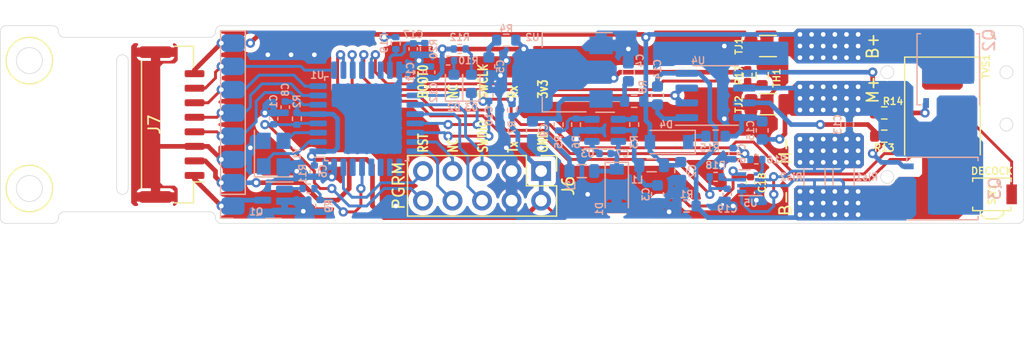
<source format=kicad_pcb>
(kicad_pcb (version 20211014) (generator pcbnew)
  (layers (0 "F.Cu" signal) (31 "B.Cu" signal) (34 "B.Paste" user) (35 "F.Paste" user) (36 "B.SilkS" user "B.Silkscreen") (37 "F.SilkS" user "F.Silkscreen") (38 "B.Mask" user) (39 "F.Mask" user) (44 "Edge.Cuts" user))
  (net 0 "")
  (net 1 "+15V")
  (net 2 "/M+")
  (net 3 "+3V3")
  (net 4 "Net-(C3-Pad1)")
  (net 5 "/LED0")
  (net 6 "Net-(C5-Pad1)")
  (net 7 "/LED1")
  (net 8 "Net-(C7-Pad2)")
  (net 9 "/ISENSE_RAW")
  (net 10 "Net-(C7-Pad1)")
  (net 11 "/AIN1")
  (net 12 "/AIN2")
  (net 13 "/Tracer-")
  (net 14 "/BOOT0")
  (net 15 "/RESET")
  (net 16 "+5V")
  (net 17 "/ISENSE_BRAKE_LP")
  (net 18 "/HB_HIGH")
  (net 19 "/HB_LOW")
  (net 20 "/Tracer")
  (net 21 "/ISENSE_RUN_LP")
  (net 22 "/BATT_SENSE")
  (net 23 "/OSCIN")
  (net 24 "/OSCOUT")
  (net 25 "/Rx")
  (net 26 "/Tx")
  (net 27 "Net-(D3-Pad2)")
  (net 28 "/D1{slash}Tx2")
  (net 29 "/D2{slash}Rx2")
  (net 30 "/SWDIO")
  (net 31 "/SWCLK")
  (net 32 "GNDPWR")
  (net 33 "GNDREF")
  (net 34 "Net-(Q1-Pad1)")
  (net 35 "/DECOCK")
  (net 36 "Net-(D2-Pad2)")
  (net 37 "Net-(R5-Pad1)")
  (net 38 "/ISENSE_BRAKE")
  (net 39 "/NTC")
  (net 40 "/ISENSE_RUN")
  (net 45 "/PWMMOT")
  (net 46 "Net-(D4-Pad1)")
  (net 47 "Net-(R3-Pad1)")
  (net 48 "Net-(Q2-Pad4)")
  (net 49 "Net-(Q3-Pad4)")
  (net 52 "Net-(C15-Pad2)")
  (footprint "Resistor_SMD:R_0603_1608Metric" (layer "F.Cu") (at 92.5 95.25 90)
    (fp_text reference "TH1")
    (fp_text value "10k b(85)=3430")
  )
  (footprint "Resistor_SMD:R_0603_1608Metric" (layer "F.Cu") (at 103 100.5 180)
    (fp_text reference "R13")
    (fp_text value "1R8")
  )
  (footprint "Resistor_SMD:R_1206_3216Metric" (layer "F.Cu") (at 93 97.75)
    (fp_text reference "TJ2")
    (fp_text value "Thermal Jumper")
  )
  (footprint "Connector_Wire:SolderWirePad_1x01_SMD_1x2mm" (layer "F.Cu") (at 100 101.75)
    (fp_text reference "J4" hide)
    (fp_text value "M-")
  )
  (footprint "Diode_SMD:D_SMC" (layer "F.Cu") (at 108 98.5 -90)
    (fp_text reference "TVS1")
    (fp_text value "SMDJ15A-HR")
  )
  (footprint "Button_Switch_SMD:SW_SPST_B3U-3000P" (layer "F.Cu") (at 112.25 105.5 180)
    (fp_text reference "SW1")
    (fp_text value "DECOCK")
  )
  (footprint "Connector_JST:JST_GH_BM08B-GHS-TBT_1x08-1MP_P1.25mm_Vertical" (layer "F.Cu") (at 41.75 99.5 90)
    (fp_text reference "J7")
    (fp_text value "CTRL-F")
  )
  (footprint "Resistor_SMD:R_0603_1608Metric" (layer "F.Cu") (at 103 98.5 180)
    (fp_text reference "R14")
    (fp_text value "1R8")
  )
  (footprint "Connector_Wire:SolderWirePad_1x01_SMD_1x2mm" (layer "F.Cu") (at 100 106.25)
    (fp_text reference "J2" hide)
    (fp_text value "GND")
  )
  (footprint "Connector_Wire:SolderWirePad_1x01_SMD_1x2mm" (layer "F.Cu") (at 100 97.25)
    (fp_text reference "J3" hide)
    (fp_text value "M+")
  )
  (footprint "Capacitor_SMD:C_0402_1005Metric" (layer "F.Cu") (at 91.5 104.5 -90)
    (fp_text reference "C18")
    (fp_text value "100n")
  )
  (footprint "Resistor_SMD:R_1206_3216Metric" (layer "F.Cu") (at 93 92.75 180)
    (fp_text reference "TJ1")
    (fp_text value "Thermal Jumper")
  )
  (footprint "Connector_Wire:SolderWirePad_1x01_SMD_1x2mm" (layer "F.Cu") (at 100 92.75)
    (fp_text reference "J1" hide)
    (fp_text value "15v")
  )
  (footprint "Connector_PinHeader_2.54mm:PinHeader_2x05_P2.54mm_Vertical" (layer "F.Cu") (at 73.5 103.5 -90)
    (fp_text reference "J6")
    (fp_text value "PGRM")
  )
  (footprint "Resistor_SMD:R_0402_1005Metric" (layer "F.Cu") (at 91.25 95.25 90)
    (fp_text reference "R17")
    (fp_text value "1.5k")
  )
  (footprint "Capacitor_SMD:C_0402_1005Metric" (layer "B.Cu") (at 51.5 98 -90)
    (fp_text reference "C8")
    (fp_text value "100n")
  )
  (footprint "Resistor_SMD:R_0402_1005Metric" (layer "B.Cu") (at 66.5 93 180)
    (fp_text reference "R12")
    (fp_text value "1.5k")
  )
  (footprint "Resistor_SMD:R_1206_3216Metric" (layer "B.Cu") (at 97 104 90)
    (fp_text reference "Ris2")
    (fp_text value "0.5m")
  )
  (footprint "Capacitor_SMD:C_0603_1608Metric" (layer "B.Cu") (at 81 95 90)
    (fp_text reference "C4")
    (fp_text value "10u")
  )
  (footprint "Resistor_SMD:R_0402_1005Metric" (layer "B.Cu") (at 63.5 93 90)
    (fp_text reference "R20")
    (fp_text value "10k")
  )
  (footprint "Resistor_SMD:R_0603_1608Metric" (layer "B.Cu") (at 70.5 92.25)
    (fp_text reference "R4")
    (fp_text value "1R8")
  )
  (footprint "Resistor_SMD:R_0603_1608Metric" (layer "B.Cu") (at 88.5 100.5 180)
    (fp_text reference "R15")
    (fp_text value "1R8")
  )
  (footprint "Diode_SMD:D_SOD-123" (layer "B.Cu") (at 84.5 101 180)
    (fp_text reference "D4")
    (fp_text value "GOODWORK K14")
  )
  (footprint "Resistor_SMD:R_0603_1608Metric" (layer "B.Cu") (at 86 106.5)
    (fp_text reference "R1")
    (fp_text value "0")
  )
  (footprint "Capacitor_SMD:C_0603_1608Metric" (layer "B.Cu") (at 69 94.5 -90)
    (fp_text reference "C5")
    (fp_text value "22u")
  )
  (footprint "Capacitor_SMD:C_0402_1005Metric" (layer "B.Cu") (at 69 97 90)
    (fp_text reference "C10")
    (fp_text value "100n")
  )
  (footprint "Package_SO:SOIC-8_3.9x4.9mm_P1.27mm" (layer "B.Cu") (at 88.5 97)
    (fp_text reference "U4")
    (fp_text value "XJNG2103")
  )
  (footprint "Package_TO_SOT_SMD:SOT-23-6" (layer "B.Cu") (at 79 100)
    (fp_text reference "U3")
    (fp_text value "AOZ1282CI-1")
  )
  (footprint "LED_SMD:LED_0603_1608Metric" (layer "B.Cu") (at 67.5 96 90)
    (fp_text reference "D3")
    (fp_text value "GRN")
  )
  (footprint "Package_TO_SOT_SMD:TDSON-8-1" (layer "B.Cu") (at 108.5 94.75 90)
    (fp_text reference "Q2")
    (fp_text value "BSC010N04LS6")
  )
  (footprint "Resistor_SMD:R_0402_1005Metric" (layer "B.Cu") (at 88.5 104)
    (fp_text reference "R18")
    (fp_text value "1.5k")
  )
  (footprint "Capacitor_SMD:C_0402_1005Metric" (layer "B.Cu") (at 79 102)
    (fp_text reference "C7")
    (fp_text value "100n")
  )
  (footprint "Resistor_SMD:R_0402_1005Metric" (layer "B.Cu") (at 54.5 106.5 90)
    (fp_text reference "R9")
    (fp_text value "56k")
  )
  (footprint "Capacitor_SMD:C_0402_1005Metric" (layer "B.Cu") (at 63 95 90)
    (fp_text reference "C11")
    (fp_text value "100n")
  )
  (footprint "Package_DFN_QFN:OnSemi_DFN-8_2x2mm_P0.5mm" (layer "B.Cu") (at 91.5 104.5 180)
    (fp_text reference "U5")
    (fp_text value "INA2180A4")
  )
  (footprint "Capacitor_SMD:C_0603_1608Metric" (layer "B.Cu") (at 83.5 97 90)
    (fp_text reference "C14")
    (fp_text value "10u")
  )
  (footprint "Resistor_SMD:R_0603_1608Metric" (layer "B.Cu") (at 81.5 97.5)
    (fp_text reference "R8")
    (fp_text value "0")
  )
  (footprint "Capacitor_SMD:C_0402_1005Metric" (layer "B.Cu") (at 62.5 93 -90)
    (fp_text reference "C17")
    (fp_text value "100n")
  )
  (footprint "Inductor_SMD:L_0805_2012Metric" (layer "B.Cu") (at 77 103.5 180)
    (fp_text reference "L2")
    (fp_text value "10uH")
  )
  (footprint "Capacitor_SMD:C_0402_1005Metric" (layer "B.Cu") (at 100 99.5 -90)
    (fp_text reference "C13")
    (fp_text value "100n")
  )
  (footprint "Package_QFP:LQFP-32_7x7mm_P0.8mm" (layer "B.Cu") (at 58.5 99)
    (fp_text reference "U1")
    (fp_text value "STM32F042K4Tx")
  )
  (footprint "Resistor_SMD:R_0402_1005Metric" (layer "B.Cu") (at 65.5 94 180)
    (fp_text reference "R10")
    (fp_text value "1.5k")
  )
  (footprint "Resistor_SMD:R_0402_1005Metric" (layer "B.Cu") (at 52.5 99 90)
    (fp_text reference "R2")
    (fp_text value "10k")
  )
  (footprint "Diode_SMD:D_SOD-123" (layer "B.Cu") (at 80 105 -90)
    (fp_text reference "D1")
    (fp_text value "MBR0530")
  )
  (footprint "Capacitor_SMD:C_0402_1005Metric" (layer "B.Cu") (at 64 95 90)
    (fp_text reference "C12")
    (fp_text value "4.7u")
  )
  (footprint "Resistor_SMD:R_0402_1005Metric" (layer "B.Cu") (at 61 92.5 90)
    (fp_text reference "R19")
    (fp_text value "56k")
  )
  (footprint "Capacitor_SMD:C_0402_1005Metric" (layer "B.Cu") (at 50.5 99 90)
    (fp_text reference "C1")
    (fp_text value "100n")
  )
  (footprint "Capacitor_SMD:C_0603_1608Metric" (layer "B.Cu") (at 85.5 103.5 -90)
    (fp_text reference "C2")
    (fp_text value "10u")
  )
  (footprint "Crystal:Crystal_SMD_3225-4Pin_3.2x2.5mm" (layer "B.Cu") (at 50.5 102 90)
    (fp_text reference "Y1")
    (fp_text value "8MHz 12pF")
  )
  (footprint "Resistor_SMD:R_0402_1005Metric" (layer "B.Cu") (at 53.5 105)
    (fp_text reference "R11")
    (fp_text value "1.5k")
  )
  (footprint "Capacitor_SMD:C_0402_1005Metric" (layer "B.Cu") (at 90 102 -90)
    (fp_text reference "C16")
    (fp_text value "100n")
  )
  (footprint "Inductor_SMD:L_0805_2012Metric" (layer "B.Cu") (at 83 103 180)
    (fp_text reference "L1")
    (fp_text value "10uH")
  )
  (footprint "Capacitor_SMD:C_0603_1608Metric" (layer "B.Cu") (at 72.75 100 -90)
    (fp_text reference "C9")
    (fp_text value "22u")
  )
  (footprint "Resistor_SMD:R_0402_1005Metric" (layer "B.Cu") (at 71 98.25 -90)
    (fp_text reference "R7")
    (fp_text value "10k")
  )
  (footprint "Resistor_SMD:R_0402_1005Metric" (layer "B.Cu") (at 75 99.5 90)
    (fp_text reference "R5")
    (fp_text value "56k")
  )
  (footprint "Package_TO_SOT_SMD:TDSON-8-1" (layer "B.Cu") (at 108 105)
    (fp_text reference "Q3")
    (fp_text value "BSC010N04LS6")
  )
  (footprint "Capacitor_SMD:C_0402_1005Metric" (layer "B.Cu") (at 89.5 105.5 -90)
    (fp_text reference "C19")
    (fp_text value "100n")
  )
  (footprint "Resistor_SMD:R_1206_3216Metric" (layer "B.Cu") (at 99.5 104 90)
    (fp_text reference "Ris1")
    (fp_text value "0.5m")
  )
  (footprint "Capacitor_SMD:C_0603_1608Metric" (layer "B.Cu") (at 92.5 100 90)
    (fp_text reference "C15")
    (fp_text value "10u")
  )
  (footprint "Package_TO_SOT_SMD:SOT-23" (layer "B.Cu") (at 50.5 106 180)
    (fp_text reference "Q1")
    (fp_text value "DMG3402L")
  )
  (footprint "Package_TO_SOT_SMD:SOT-223-3_TabPin2" (layer "B.Cu") (at 75.5 95 180)
    (fp_text reference "U2")
    (fp_text value "AP1117-33")
  )
  (footprint "Resistor_SMD:R_0402_1005Metric" (layer "B.Cu") (at 92 102.5)
    (fp_text reference "R16")
    (fp_text value "1.5k")
  )
  (footprint "Resistor_SMD:R_0402_1005Metric" (layer "B.Cu") (at 76.5 99.5 90)
    (fp_text reference "R6")
    (fp_text value "10k")
  )
  (footprint "Resistor_SMD:R_0402_1005Metric" (layer "B.Cu") (at 81.5 99.5 -90)
    (fp_text reference "R3")
    (fp_text value "10k")
  )
  (footprint "LED_SMD:LED_0603_1608Metric" (layer "B.Cu") (at 66 96 90)
    (fp_text reference "D2")
    (fp_text value "RED")
  )
  (footprint "Capacitor_SMD:C_0402_1005Metric" (layer "B.Cu") (at 54 103.5 -90)
    (fp_text reference "C6")
    (fp_text value "100n")
  )
  (footprint "Connector_PinHeader_2.00mm:PinHeader_1x08_P2.00mm_Vertical" (layer "B.Cu") (at 47 106.5)
    (fp_text reference "J5" hide)
    (fp_text value "CTRL-B")
  )
  (footprint "Capacitor_SMD:C_0603_1608Metric" (layer "B.Cu") (at 83.5 105.5 -90)
    (fp_text reference "C3")
    (fp_text value "10u")
  )
  (gr_circle (center 29.5 94) (end 31.5 94) (layer "F.SilkS") (width 0.12) (fill none))
  (gr_circle (center 29.5 105) (end 31.5 105) (layer "F.SilkS") (width 0.12) (fill none))
  (gr_line (start 46 108) (end 114.5 108) (layer "Edge.Cuts") (width 0.05))
  (gr_arc (start 32.5 92) (mid 32.146447 91.853553) (end 32 91.5) (layer "Edge.Cuts") (width 0.05))
  (gr_arc (start 45 107) (mid 45.353553 107.146447) (end 45.5 107.5) (layer "Edge.Cuts") (width 0.05))
  (gr_line (start 38 105) (end 38 94) (layer "Edge.Cuts") (width 0.05))
  (gr_arc (start 27 91.5) (mid 27.146447 91.146447) (end 27.5 91) (layer "Edge.Cuts") (width 0.05))
  (gr_circle (center 113.5 99.5) (end 113.75 100) (layer "Edge.Cuts") (width 0.05) (fill none))
  (gr_arc (start 45.5 91.5) (mid 45.353553 91.853553) (end 45 92) (layer "Edge.Cuts") (width 0.05))
  (gr_circle (center 29.5 94) (end 30.5 94.5) (layer "Edge.Cuts") (width 0.05) (fill none))
  (gr_arc (start 46 108) (mid 45.646447 107.853553) (end 45.5 107.5) (layer "Edge.Cuts") (width 0.05))
  (gr_circle (center 103.25 95) (end 103.5 95.5) (layer "Edge.Cuts") (width 0.05) (fill none))
  (gr_circle (center 29.5 105) (end 30.5 105.5) (layer "Edge.Cuts") (width 0.05) (fill none))
  (gr_line (start 32.5 107) (end 45 107) (layer "Edge.Cuts") (width 0.05))
  (gr_arc (start 32 107.5) (mid 31.853553 107.853553) (end 31.5 108) (layer "Edge.Cuts") (width 0.05))
  (gr_line (start 27.5 108) (end 31.5 108) (layer "Edge.Cuts") (width 0.05))
  (gr_line (start 115 91.5) (end 115 107.5) (layer "Edge.Cuts") (width 0.05))
  (gr_arc (start 32 107.5) (mid 32.146447 107.146447) (end 32.5 107) (layer "Edge.Cuts") (width 0.05))
  (gr_arc (start 115 107.5) (mid 114.853553 107.853553) (end 114.5 108) (layer "Edge.Cuts") (width 0.05))
  (gr_arc (start 37 94) (mid 37.5 93.5) (end 38 94) (layer "Edge.Cuts") (width 0.05))
  (gr_line (start 27 107.5) (end 27 91.5) (layer "Edge.Cuts") (width 0.05))
  (gr_line (start 37 94) (end 37 105) (layer "Edge.Cuts") (width 0.05))
  (gr_line (start 32.5 92) (end 45 92) (layer "Edge.Cuts") (width 0.05))
  (gr_arc (start 38 105) (mid 37.5 105.5) (end 37 105) (layer "Edge.Cuts") (width 0.05))
  (gr_line (start 114.5 91) (end 46 91) (layer "Edge.Cuts") (width 0.05))
  (gr_arc (start 31.5 91) (mid 31.853553 91.146447) (end 32 91.5) (layer "Edge.Cuts") (width 0.05))
  (gr_circle (center 113.5 95) (end 113.75 95.5) (layer "Edge.Cuts") (width 0.05) (fill none))
  (gr_line (start 27.5 91) (end 31.5 91) (layer "Edge.Cuts") (width 0.05))
  (gr_arc (start 45.5 91.5) (mid 45.646447 91.146447) (end 46 91) (layer "Edge.Cuts") (width 0.05))
  (gr_arc (start 114.5 91) (mid 114.853553 91.146447) (end 115 91.5) (layer "Edge.Cuts") (width 0.05))
  (gr_arc (start 27.5 108) (mid 27.146447 107.853553) (end 27 107.5) (layer "Edge.Cuts") (width 0.05))
  (gr_circle (center 103.25 104) (end 103.5 104.5) (layer "Edge.Cuts") (width 0.05) (fill none))
  (gr_text "M-" (at 94.5 101.75 90) (layer "F.SilkS") (effects (font (size 1 1))))
  (gr_text "B-" (at 94.5 106.25 90) (layer "F.SilkS") (effects (font (size 1 1))))
  (gr_text "M+" (at 102 96.5 90) (layer "F.SilkS") (effects (font (size 1 1))))
  (gr_text "B+" (at 102 92.75 90) (layer "F.SilkS") (effects (font (size 1 1))))
  (gr_text "RST		BOOT0\n\nNC		NC\n\nSWDIO	SWCLK\n\nTx		Rx\n\nGND		3v3" (at 68.5 102 90) (layer "F.SilkS") (effects (font (size 0.8 0.6)) (justify left)))
  (segment (start 48.5 92.5) (end 49.25 91.75) (width 0.4) (layer "F.Cu") (net 1))
  (segment (start 82.25 91.75) (end 60.25 91.75) (width 0.4) (layer "F.Cu") (net 1))
  (segment (start 59.75 91.75) (end 60 92) (width 0.4) (layer "F.Cu") (net 1))
  (segment (start 49.25 91.75) (end 59.75 91.75) (width 0.4) (layer "F.Cu") (net 1))
  (segment (start 43.7 94.8) (end 46 92.5) (width 0.4) (layer "F.Cu") (net 1))
  (segment (start 60.25 91.75) (end 60 92) (width 0.4) (layer "F.Cu") (net 1))
  (segment (start 43.7 95.125) (end 43.7 94.8) (width 0.4) (layer "F.Cu") (net 1))
  (segment (start 82.5 92) (end 82.25 91.75) (width 0.4) (layer "F.Cu") (net 1))
  (via (at 100.75 91.75) (size 0.8) (drill 0.4) (layers "F.Cu" "B.Cu") (net 1))
  (via (at 97.75 92.75) (size 0.8) (drill 0.4) (layers "F.Cu" "B.Cu") (net 1))
  (via (at 98.75 91.75) (size 0.8) (drill 0.4) (layers "F.Cu" "B.Cu") (net 1))
  (via (at 99.75 91.75) (size 0.8) (drill 0.4) (layers "F.Cu" "B.Cu") (net 1))
  (via (at 100.75 93.75) (size 0.8) (drill 0.4) (layers "F.Cu" "B.Cu") (net 1))
  (via (at 97.75 93.75) (size 0.8) (drill 0.4) (layers "F.Cu" "B.Cu") (net 1))
  (via (at 100.75 92.75) (size 0.8) (drill 0.4) (layers "F.Cu" "B.Cu") (net 1))
  (via (at 98.75 92.75) (size 0.8) (drill 0.4) (layers "F.Cu" "B.Cu") (net 1))
  (via (at 98.75 93.75) (size 0.8) (drill 0.4) (layers "F.Cu" "B.Cu") (net 1))
  (via (at 99.75 92.75) (size 0.8) (drill 0.4) (layers "F.Cu" "B.Cu") (net 1))
  (via (at 96.75 91.75) (size 0.8) (drill 0.4) (layers "F.Cu" "B.Cu") (net 1))
  (via (at 82.5 92) (size 0.8) (drill 0.4) (layers "F.Cu" "B.Cu") (net 1))
  (via (at 60 92) (size 0.8) (drill 0.4) (layers "F.Cu" "B.Cu") (net 1))
  (via (at 96.75 92.75) (size 0.8) (drill 0.4) (layers "F.Cu" "B.Cu") (net 1))
  (via (at 46 92.5) (size 0.8) (drill 0.4) (layers "F.Cu" "B.Cu") (net 1))
  (via (at 95.75 93.75) (size 0.8) (drill 0.4) (layers "F.Cu" "B.Cu") (net 1))
  (via (at 96.75 93.75) (size 0.8) (drill 0.4) (layers "F.Cu" "B.Cu") (net 1))
  (via (at 48.5 92.5) (size 0.8) (drill 0.4) (layers "F.Cu" "B.Cu") (net 1))
  (via (at 97.75 91.75) (size 0.8) (drill 0.4) (layers "F.Cu" "B.Cu") (net 1))
  (via (at 99.75 93.75) (size 0.8) (drill 0.4) (layers "F.Cu" "B.Cu") (net 1))
  (via (at 95.75 91.75) (size 0.8) (drill 0.4) (layers "F.Cu" "B.Cu") (net 1))
  (via (at 95.75 92.75) (size 0.8) (drill 0.4) (layers "F.Cu" "B.Cu") (net 1))
  (segment (start 86.025 98.905) (end 85.93 99) (width 0.4) (layer "B.Cu") (net 1))
  (segment (start 60 92) (end 60.01 91.99) (width 0.25) (layer "B.Cu") (net 1))
  (segment (start 82.85 101.7875) (end 84.0625 103) (width 0.4) (layer "B.Cu") (net 1))
  (segment (start 82.85 99.5) (end 82.85 101) (width 0.4) (layer "B.Cu") (net 1))
  (segment (start 82.75 91.75) (end 95.75 91.75) (width 0.4) (layer "B.Cu") (net 1))
  (segment (start 47 92.5) (end 48.5 92.5) (width 0.4) (layer "B.Cu") (net 1))
  (segment (start 84 99) (end 83.5 98.5) (width 0.4) (layer "B.Cu") (net 1))
  (segment (start 82.85 101) (end 82.85 101.7875) (width 0.4) (layer "B.Cu") (net 1))
  (segment (start 47 92.5) (end 46 92.5) (width 0.4) (layer "B.Cu") (net 1))
  (segment (start 60.01 91.99) (end 61 91.99) (width 0.25) (layer "B.Cu") (net 1))
  (segment (start 82.5 97.775) (end 82.5 92) (width 0.4) (layer "B.Cu") (net 1))
  (segment (start 82.5 99.15) (end 82.85 99.5) (width 0.4) (layer "B.Cu") (net 1))
  (segment (start 83.5 98.5) (end 83.5 97.775) (width 0.4) (layer "B.Cu") (net 1))
  (segment (start 85.225 103) (end 85.5 102.725) (width 0.4) (layer "B.Cu") (net 1))
  (segment (start 84.0625 103) (end 85.225 103) (width 0.4) (layer "B.Cu") (net 1))
  (segment (start 83.5 97.775) (end 82.5 97.775) (width 0.4) (layer "B.Cu") (net 1))
  (segment (start 82.5 92) (end 82.75 91.75) (width 0.4) (layer "B.Cu") (net 1))
  (segment (start 85.93 99) (end 84 99) (width 0.4) (layer "B.Cu") (net 1))
  (segment (start 82.5 97.775) (end 82.5 99.15) (width 0.4) (layer "B.Cu") (net 1))
  (segment (start 94.4625 100.2875) (end 94.4625 97.75) (width 0.4) (layer "F.Cu") (net 2))
  (segment (start 94 100.75) (end 94.4625 100.2875) (width 0.4) (layer "F.Cu") (net 2))
  (via (at 98.75 97.25) (size 0.8) (drill 0.4) (layers "F.Cu" "B.Cu") (net 2))
  (via (at 97.75 98.25) (size 0.8) (drill 0.4) (layers "F.Cu" "B.Cu") (net 2))
  (via (at 95.75 98.25) (size 0.8) (drill 0.4) (layers "F.Cu" "B.Cu") (net 2))
  (via (at 94 100.75) (size 0.8) (drill 0.4) (layers "F.Cu" "B.Cu") (net 2))
  (via (at 95.75 96.25) (size 0.8) (drill 0.4) (layers "F.Cu" "B.Cu") (net 2))
  (via (at 99.75 96.25) (size 0.8) (drill 0.4) (layers "F.Cu" "B.Cu") (net 2))
  (via (at 96.75 97.25) (size 0.8) (drill 0.4) (layers "F.Cu" "B.Cu") (net 2))
  (via (at 97.75 97.25) (size 0.8) (drill 0.4) (layers "F.Cu" "B.Cu") (net 2))
  (via (at 100.75 98.25) (size 0.8) (drill 0.4) (layers "F.Cu" "B.Cu") (net 2))
  (via (at 99.75 98.25) (size 0.8) (drill 0.4) (layers "F.Cu" "B.Cu") (net 2))
  (via (at 97.75 96.25) (size 0.8) (drill 0.4) (layers "F.Cu" "B.Cu") (net 2))
  (via (at 98.75 98.25) (size 0.8) (drill 0.4) (layers "F.Cu" "B.Cu") (net 2))
  (via (at 96.75 96.25) (size 0.8) (drill 0.4) (layers "F.Cu" "B.Cu") (net 2))
  (via (at 100.75 97.25) (size 0.8) (drill 0.4) (layers "F.Cu" "B.Cu") (net 2))
  (via (at 99.75 97.25) (size 0.8) (drill 0.4) (layers "F.Cu" "B.Cu") (net 2))
  (via (at 96.75 98.25) (size 0.8) (drill 0.4) (layers "F.Cu" "B.Cu") (net 2))
  (via (at 98.75 96.25) (size 0.8) (drill 0.4) (layers "F.Cu" "B.Cu") (net 2))
  (via (at 95.75 97.25) (size 0.8) (drill 0.4) (layers "F.Cu" "B.Cu") (net 2))
  (via (at 100.75 96.25) (size 0.8) (drill 0.4) (layers "F.Cu" "B.Cu") (net 2))
  (segment (start 93.975 100.775) (end 92.55 100.775) (width 0.4) (layer "B.Cu") (net 2))
  (segment (start 95.5 96.365) (end 96 96.865) (width 0.4) (layer "B.Cu") (net 2))
  (segment (start 94 100.75) (end 93.975 100.775) (width 0.4) (layer "B.Cu") (net 2))
  (segment (start 91.975 96.365) (end 95.5 96.365) (width 0.4) (layer "B.Cu") (net 2))
  (segment (start 49 104.5) (end 52.875 104.5) (width 0.4) (layer "F.Cu") (net 3))
  (segment (start 82.5 107) (end 74.46 107) (width 0.25) (layer "F.Cu") (net 3))
  (segment (start 58.5 102.5) (end 59 103) (width 0.4) (layer "F.Cu") (net 3))
  (segment (start 88.5 106.5) (end 86.262307 106.5) (width 0.25) (layer "F.Cu") (net 3))
  (segment (start 60 107.5) (end 72.04 107.5) (width 0.4) (layer "F.Cu") (net 3))
  (segment (start 90 105) (end 88.5 106.5) (width 0.25) (layer "F.Cu") (net 3))
  (segment (start 65 93.01) (end 71.99 93.01) (width 0.4) (layer "F.Cu") (net 3))
  (segment (start 90.76 94.74) (end 90.5 95) (width 0.4) (layer "F.Cu") (net 3))
  (segment (start 45.5 104) (end 46 104.5) (width 0.4) (layer "F.Cu") (net 3))
  (segment (start 54.375 106) (end 56 106) (width 0.4) (layer "F.Cu") (net 3))
  (segment (start 59 103) (end 59 106.5) (width 0.4) (layer "F.Cu") (net 3))
  (segment (start 56 106) (end 57 105) (width 0.4) (layer "F.Cu") (net 3))
  (segment (start 72.04 107.5) (end 73.5 106.04) (width 0.4) (layer "F.Cu") (net 3))
  (segment (start 53.762059 102.237461) (end 54.024598 102.5) (width 0.4) (layer "F.Cu") (net 3))
  (segment (start 44.625 102.625) (end 45.5 103.5) (width 0.4) (layer "F.Cu") (net 3))
  (segment (start 57 105) (end 57 102.5) (width 0.4) (layer "F.Cu") (net 3))
  (segment (start 45.5 103.5) (end 45.5 104) (width 0.4) (layer "F.Cu") (net 3))
  (segment (start 86.262307 106.5) (end 85.762307 106) (width 0.25) (layer "F.Cu") (net 3))
  (segment (start 90 103.5) (end 90 104) (width 0.25) (layer "F.Cu") (net 3))
  (segment (start 91.25 94.74) (end 90.76 94.74) (width 0.4) (layer "F.Cu") (net 3))
  (segment (start 80.25 95) (end 79.75 95.5) (width 0.4) (layer "F.Cu") (net 3))
  (segment (start 43.7 102.625) (end 44.625 102.625) (width 0.4) (layer "F.Cu") (net 3))
  (segment (start 74.46 107) (end 73.5 106.04) (width 0.25) (layer "F.Cu") (net 3))
  (segment (start 71.99 93.01) (end 72 93) (width 0.4) (layer "F.Cu") (net 3))
  (segment (start 90.5 95) (end 80.25 95) (width 0.4) (layer "F.Cu") (net 3))
  (segment (start 54.024598 102.5) (end 58.5 102.5) (width 0.4) (layer "F.Cu") (net 3))
  (segment (start 90.02 104.02) (end 91.5 104.02) (width 0.25) (layer "F.Cu") (net 3))
  (segment (start 90 103.5) (end 90 105) (width 0.25) (layer "F.Cu") (net 3))
  (segment (start 59 106.5) (end 60 107.5) (width 0.4) (layer "F.Cu") (net 3))
  (segment (start 90 104) (end 90.02 104.02) (width 0.25) (layer "F.Cu") (net 3))
  (segment (start 85.762307 106) (end 83.5 106) (width 0.25) (layer "F.Cu") (net 3))
  (segment (start 52.875 104.5) (end 54.375 106) (width 0.4) (layer "F.Cu") (net 3))
  (segment (start 83.5 106) (end 82.5 107) (width 0.25) (layer "F.Cu") (net 3))
  (via (at 53.762059 102.237461) (size 0.8) (drill 0.4) (layers "F.Cu" "B.Cu") (net 3))
  (via (at 46 104.5) (size 0.8) (drill 0.4) (layers "F.Cu" "B.Cu") (net 3))
  (via (at 72 93) (size 0.8) (drill 0.4) (layers "F.Cu" "B.Cu") (net 3))
  (via (at 79.75 95.5) (size 0.8) (drill 0.4) (layers "F.Cu" "B.Cu") (net 3))
  (via (at 90 103.5) (size 0.8) (drill 0.4) (layers "F.Cu" "B.Cu") (net 3))
  (via (at 65 93.01) (size 0.8) (drill 0.4) (layers "F.Cu" "B.Cu") (net 3))
  (via (at 49 104.5) (size 0.8) (drill 0.4) (layers "F.Cu" "B.Cu") (net 3))
  (segment (start 78.65 95) (end 72.35 95) (width 0.4) (layer "B.Cu") (net 3))
  (segment (start 71.5 100.255) (end 71.5 101.5) (width 0.4) (layer "B.Cu") (net 3))
  (segment (start 65.98 93.01) (end 65.99 93) (width 0.4) (layer "B.Cu") (net 3))
  (segment (start 62.8 96.2) (end 62.675 96.2) (width 0.4) (layer "B.Cu") (net 3))
  (segment (start 55.7 101.8) (end 56 101.5) (width 0.4) (layer "B.Cu") (net 3))
  (segment (start 64.52 95.48) (end 64.99 95.01) (width 0.4) (layer "B.Cu") (net 3))
  (segment (start 52.5 97.991784) (end 52.028216 97.52) (width 0.35) (layer "B.Cu") (net 3))
  (segment (start 52.61 98.6) (end 52.5 98.49) (width 0.25) (layer "B.Cu") (net 3))
  (segment (start 90.25 103.75) (end 90.74 103.75) (width 0.25) (layer "B.Cu") (net 3))
  (segment (start 52.5 98.49) (end 52.5 97.991784) (width 0.35) (layer "B.Cu") (net 3))
  (segment (start 65 93.01) (end 65.98 93.01) (width 0.4) (layer "B.Cu") (net 3))
  (segment (start 72.35 97.65) (end 71.24 98.76) (width 0.4) (layer "B.Cu") (net 3))
  (segment (start 73.5 106.04) (end 73.5 103.5) (width 0.4) (layer "B.Cu") (net 3))
  (segment (start 63 95.48) (end 62.675 95.805) (width 0.4) (layer "B.Cu") (net 3))
  (segment (start 79.75 95.5) (end 79.25 95) (width 0.4) (layer "B.Cu") (net 3))
  (segment (start 79.25 95) (end 78.65 95) (width 0.4) (layer "B.Cu") (net 3))
  (segment (start 72 93) (end 72 92.925) (width 0.4) (layer "B.Cu") (net 3))
  (segment (start 56 101.5) (end 56 99) (width 0.4) (layer "B.Cu") (net 3))
  (segment (start 71 98.76) (end 71 99.755) (width 0.4) (layer "B.Cu") (net 3))
  (segment (start 47 104.5) (end 49 104.5) (width 0.4) (layer "B.Cu") (net 3))
  (segment (start 72.35 95) (end 72.35 97.65) (width 0.4) (layer "B.Cu") (net 3))
  (segment (start 90 103.5) (end 90.25 103.75) (width 0.25) (layer "B.Cu") (net 3))
  (segment (start 52.028216 97.52) (end 51.52 97.52) (width 0.35) (layer "B.Cu") (net 3))
  (segment (start 62.675 95.805) (end 62.675 96.2) (width 0.4) (layer "B.Cu") (net 3))
  (segment (start 63 95.48) (end 64.52 95.48) (width 0.4) (layer "B.Cu") (net 3))
  (segment (start 56 99) (end 55.6 98.6) (width 0.4) (layer "B.Cu") (net 3))
  (segment (start 72 92.925) (end 71.325 92.25) (width 0.4) (layer "B.Cu") (net 3))
  (segment (start 65 93.01) (end 65 93.5) (width 0.4) (layer "B.Cu") (net 3))
  (segment (start 72 93) (end 72 94.65) (width 0.4) (layer "B.Cu") (net 3))
  (segment (start 71.24 98.76) (end 71 98.76) (width 0.4) (layer "B.Cu") (net 3))
  (segment (start 54 102.475402) (end 54 103.02) (width 0.25) (layer "B.Cu") (net 3))
  (segment (start 71 99.755) (end 71.5 100.255) (width 0.4) (layer "B.Cu") (net 3))
  (segment (start 64.99 93.51) (end 64.99 94) (width 0.4) (layer "B.Cu") (net 3))
  (segment (start 71.5 101.5) (end 73.5 103.5) (width 0.4) (layer "B.Cu") (net 3))
  (segment (start 63 95.48) (end 63 96) (width 0.4) (layer "B.Cu") (net 3))
  (segment (start 55.6 98.6) (end 54.325 98.6) (width 0.4) (layer "B.Cu") (net 3))
  (segment (start 53.762059 102.237461) (end 54 102.475402) (width 0.25) (layer "B.Cu") (net 3))
  (segment (start 64.99 95.01) (end 64.99 94) (width 0.4) (layer "B.Cu") (net 3))
  (segment (start 47 104.5) (end 46 104.5) (width 0.4) (layer "B.Cu") (net 3))
  (segment (start 54.325 98.6) (end 52.61 98.6) (width 0.4) (layer "B.Cu") (net 3))
  (segment (start 63 96) (end 62.8 96.2) (width 0.4) (layer "B.Cu") (net 3))
  (segment (start 65 93.5) (end 64.99 93.51) (width 0.4) (layer "B.Cu") (net 3))
  (segment (start 54.325 101.8) (end 55.7 101.8) (width 0.4) (layer "B.Cu") (net 3))
  (segment (start 72 94.65) (end 72.35 95) (width 0.4) (layer "B.Cu") (net 3))
  (segment (start 81.5 100.01) (end 81.5 102.5625) (width 0.4) (layer "B.Cu") (net 4))
  (segment (start 82.5 104.725) (end 83.5 104.725) (width 0.4) (layer "B.Cu") (net 4))
  (segment (start 81.49 100) (end 81.5 100.01) (width 0.4) (layer "B.Cu") (net 4))
  (segment (start 81.5 102.5625) (end 81.9375 103) (width 0.4) (layer "B.Cu") (net 4))
  (segment (start 81.9375 103) (end 81.9375 104.1625) (width 0.4) (layer "B.Cu") (net 4))
  (segment (start 81.9375 104.1625) (end 82.5 104.725) (width 0.4) (layer "B.Cu") (net 4))
  (segment (start 80.1375 100) (end 81.49 100) (width 0.4) (layer "B.Cu") (net 4))
  (segment (start 62.675 97) (end 65.7875 97) (width 0.25) (layer "B.Cu") (net 5))
  (segment (start 65.7875 97) (end 66 96.7875) (width 0.25) (layer "B.Cu") (net 5))
  (segment (start 69 93.725) (end 69 92.925) (width 0.4) (layer "B.Cu") (net 6))
  (segment (start 69 92.925) (end 69.675 92.25) (width 0.4) (layer "B.Cu") (net 6))
  (segment (start 65.5 99.5) (end 68 99.5) (width 0.25) (layer "F.Cu") (net 7))
  (via (at 68 99.5) (size 0.8) (drill 0.4) (layers "F.Cu" "B.Cu") (net 7))
  (via (at 65.5 99.5) (size 0.8) (drill 0.4) (layers "F.Cu" "B.Cu") (net 7))
  (segment (start 68 98.14375) (end 68 99.5) (width 0.25) (layer "B.Cu") (net 7))
  (segment (start 67.5 97.64375) (end 68 98.14375) (width 0.25) (layer "B.Cu") (net 7))
  (segment (start 65.4 99.4) (end 62.675 99.4) (width 0.25) (layer "B.Cu") (net 7))
  (segment (start 67.5 96.7875) (end 67.5 97.64375) (width 0.25) (layer "B.Cu") (net 7))
  (segment (start 65.5 99.5) (end 65.4 99.4) (width 0.25) (layer "B.Cu") (net 7))
  (segment (start 80.1375 101.8625) (end 80.1375 100.95) (width 0.4) (layer "B.Cu") (net 8))
  (segment (start 80 103.35) (end 80 102) (width 0.4) (layer "B.Cu") (net 8))
  (segment (start 79.85 103.5) (end 80 103.35) (width 0.4) (layer "B.Cu") (net 8))
  (segment (start 79.48 102) (end 80 102) (width 0.4) (layer "B.Cu") (net 8))
  (segment (start 80 102) (end 80.1375 101.8625) (width 0.4) (layer "B.Cu") (net 8))
  (segment (start 78.0625 103.5) (end 79.85 103.5) (width 0.4) (layer "B.Cu") (net 8))
  (segment (start 93.487701 105.487701) (end 93.487701 103.987701) (width 0.25) (layer "F.Cu") (net 9))
  (segment (start 93.5 105.5) (end 93.487701 105.487701) (width 0.25) (layer "F.Cu") (net 9))
  (via (at 93.5 105.5) (size 0.8) (drill 0.4) (layers "F.Cu" "B.Cu") (net 9))
  (via (at 100.75 100.75) (size 0.8) (drill 0.4) (layers "F.Cu" "B.Cu") (net 9))
  (via (at 98.75 100.75) (size 0.8) (drill 0.4) (layers "F.Cu" "B.Cu") (net 9))
  (via (at 93.487701 103.987701) (size 0.8) (drill 0.4) (layers "F.Cu" "B.Cu") (net 9))
  (via (at 100.75 101.75) (size 0.8) (drill 0.4) (layers "F.Cu" "B.Cu") (net 9))
  (via (at 99.75 100.75) (size 0.8) (drill 0.4) (layers "F.Cu" "B.Cu") (net 9))
  (via (at 97.75 100.75) (size 0.8) (drill 0.4) (layers "F.Cu" "B.Cu") (net 9))
  (via (at 97.75 102.75) (size 0.8) (drill 0.4) (layers "F.Cu" "B.Cu") (net 9))
  (via (at 100.75 102.75) (size 0.8) (drill 0.4) (layers "F.Cu" "B.Cu") (net 9))
  (via (at 95.75 100.75) (size 0.8) (drill 0.4) (layers "F.Cu" "B.Cu") (net 9))
  (via (at 96.75 101.75) (size 0.8) (drill 0.4) (layers "F.Cu" "B.Cu") (net 9))
  (via (at 99.75 102.75) (size 0.8) (drill 0.4) (layers "F.Cu" "B.Cu") (net 9))
  (via (at 98.75 102.75) (size 0.8) (drill 0.4) (layers "F.Cu" "B.Cu") (net 9))
  (via (at 99.75 101.75) (size 0.8) (drill 0.4) (layers "F.Cu" "B.Cu") (net 9))
  (via (at 95.75 101.75) (size 0.8) (drill 0.4) (layers "F.Cu" "B.Cu") (net 9))
  (via (at 97.75 101.75) (size 0.8) (drill 0.4) (layers "F.Cu" "B.Cu") (net 9))
  (via (at 98.75 101.75) (size 0.8) (drill 0.4) (layers "F.Cu" "B.Cu") (net 9))
  (via (at 96.75 102.75) (size 0.8) (drill 0.4) (layers "F.Cu" "B.Cu") (net 9))
  (via (at 95.75 102.75) (size 0.8) (drill 0.4) (layers "F.Cu" "B.Cu") (net 9))
  (via (at 96.75 100.75) (size 0.8) (drill 0.4) (layers "F.Cu" "B.Cu") (net 9))
  (segment (start 99.25 103.5) (end 97 103.5) (width 0.25) (layer "B.Cu") (net 9))
  (segment (start 99.5 103.25) (end 99.25 103.5) (width 0.25) (layer "B.Cu") (net 9))
  (segment (start 93.225402 104.25) (end 92.26 104.25) (width 0.25) (layer "B.Cu") (net 9))
  (segment (start 93.5 105.5) (end 93.5 106.5) (width 0.25) (layer "B.Cu") (net 9))
  (segment (start 97 102.5375) (end 97 103.5) (width 0.25) (layer "B.Cu") (net 9))
  (segment (start 93.5 106.5) (end 93.02452 106.97548) (width 0.25) (layer "B.Cu") (net 9))
  (segment (start 90.74 106.24) (end 90.74 105.25) (width 0.25) (layer "B.Cu") (net 9))
  (segment (start 95 103.5) (end 97 103.5) (width 0.25) (layer "B.Cu") (net 9))
  (segment (start 93.487701 103.987701) (end 93.225402 104.25) (width 0.25) (layer "B.Cu") (net 9))
  (segment (start 94.512299 103.987701) (end 95 103.5) (width 0.25) (layer "B.Cu") (net 9))
  (segment (start 99.5 102.5375) (end 99.5 103.25) (width 0.25) (layer "B.Cu") (net 9))
  (segment (start 91.47548 106.97548) (end 90.74 106.24) (width 0.25) (layer "B.Cu") (net 9))
  (segment (start 93.02452 106.97548) (end 91.47548 106.97548) (width 0.25) (layer "B.Cu") (net 9))
  (segment (start 93.487701 103.987701) (end 94.512299 103.987701) (width 0.25) (layer "B.Cu") (net 9))
  (segment (start 77.8625 100.95) (end 77.8625 101.3425) (width 0.4) (layer "B.Cu") (net 10))
  (segment (start 77.8625 101.3425) (end 78.52 102) (width 0.4) (layer "B.Cu") (net 10))
  (segment (start 45.625 100.125) (end 46 100.5) (width 0.25) (layer "F.Cu") (net 11))
  (segment (start 43.7 100.125) (end 45.625 100.125) (width 0.25) (layer "F.Cu") (net 11))
  (via (at 46 100.5) (size 0.8) (drill 0.4) (layers "F.Cu" "B.Cu") (net 11))
  (segment (start 52 96.75) (end 49.75 96.75) (width 0.25) (layer "B.Cu") (net 11))
  (segment (start 53.05 97.8) (end 52 96.75) (width 0.25) (layer "B.Cu") (net 11))
  (segment (start 54.325 97.8) (end 53.05 97.8) (width 0.25) (layer "B.Cu") (net 11))
  (segment (start 49.75 96.75) (end 49 97.5) (width 0.25) (layer "B.Cu") (net 11))
  (segment (start 47.75 100.5) (end 47 100.5) (width 0.25) (layer "B.Cu") (net 11))
  (segment (start 49 97.5) (end 49 99.25) (width 0.25) (layer "B.Cu") (net 11))
  (segment (start 47 100.5) (end 46 100.5) (width 0.4) (layer "B.Cu") (net 11))
  (segment (start 49 99.25) (end 47.75 100.5) (width 0.25) (layer "B.Cu") (net 11))
  (segment (start 45.625 98.875) (end 46 98.5) (width 0.25) (layer "F.Cu") (net 12))
  (segment (start 43.7 98.875) (end 45.625 98.875) (width 0.25) (layer "F.Cu") (net 12))
  (via (at 46 98.5) (size 0.8) (drill 0.4) (layers "F.Cu" "B.Cu") (net 12))
  (segment (start 54.325 97) (end 53 97) (width 0.25) (layer "B.Cu") (net 12))
  (segment (start 48 98.5) (end 47 98.5) (width 0.25) (layer "B.Cu") (net 12))
  (segment (start 48.5 97) (end 48.5 98) (width 0.25) (layer "B.Cu") (net 12))
  (segment (start 49.5 96) (end 48.5 97) (width 0.25) (layer "B.Cu") (net 12))
  (segment (start 52 96) (end 49.5 96) (width 0.25) (layer "B.Cu") (net 12))
  (segment (start 53 97) (end 52 96) (width 0.25) (layer "B.Cu") (net 12))
  (segment (start 48.5 98) (end 48 98.5) (width 0.25) (layer "B.Cu") (net 12))
  (segment (start 47 98.5) (end 46 98.5) (width 0.4) (layer "B.Cu") (net 12))
  (segment (start 43.7 103.875) (end 43.7 104.2) (width 0.4) (layer "F.Cu") (net 13))
  (segment (start 43.7 104.2) (end 46 106.5) (width 0.4) (layer "F.Cu") (net 13))
  (via (at 46 106.5) (size 0.8) (drill 0.4) (layers "F.Cu" "B.Cu") (net 13))
  (segment (start 46 106.5) (end 47 106.5) (width 0.4) (layer "B.Cu") (net 13))
  (segment (start 47.5 106) (end 47 106.5) (width 0.4) (layer "B.Cu") (net 13))
  (segment (start 49.5625 106) (end 47.5 106) (width 0.4) (layer "B.Cu") (net 13))
  (segment (start 63.34 103.66) (end 63.34 103.5) (width 0.25) (layer "B.Cu") (net 14))
  (segment (start 56.5 105) (end 57.25 105.75) (width 0.25) (layer "B.Cu") (net 14))
  (segment (start 58.5 105.75) (end 59.75 104.5) (width 0.25) (layer "B.Cu") (net 14))
  (segment (start 57.25 105.75) (end 58.5 105.75) (width 0.25) (layer "B.Cu") (net 14))
  (segment (start 56.5 103.175) (end 56.5 105) (width 0.25) (layer "B.Cu") (net 14))
  (segment (start 62.5 104.5) (end 63.34 103.66) (width 0.25) (layer "B.Cu") (net 14))
  (segment (start 59.75 104.5) (end 62.5 104.5) (width 0.25) (layer "B.Cu") (net 14))
  (segment (start 50 99.5) (end 49.75 99.5) (width 0.25) (layer "F.Cu") (net 15))
  (segment (start 55.5 105) (end 54.5 105) (width 0.25) (layer "F.Cu") (net 15))
  (segment (start 54 103.5) (end 50 99.5) (width 0.25) (layer "F.Cu") (net 15))
  (segment (start 54.5 105) (end 54 104.5) (width 0.25) (layer "F.Cu") (net 15))
  (segment (start 54 104.5) (end 54 103.5) (width 0.25) (layer "F.Cu") (net 15))
  (via (at 55.5 105) (size 0.8) (drill 0.4) (layers "F.Cu" "B.Cu") (net 15))
  (via (at 49.75 99.5) (size 0.8) (drill 0.4) (layers "F.Cu" "B.Cu") (net 15))
  (segment (start 60 105) (end 62.3 105) (width 0.25) (layer "B.Cu") (net 15))
  (segment (start 55.5 105) (end 57 106.5) (width 0.25) (layer "B.Cu") (net 15))
  (segment (start 50.53 99.51) (end 52.5 99.51) (width 0.25) (layer "B.Cu") (net 15))
  (segment (start 49.75 99.5) (end 49.77 99.48) (width 0.25) (layer "B.Cu") (net 15))
  (segment (start 54.325 99.4) (end 52.61 99.4) (width 0.25) (layer "B.Cu") (net 15))
  (segment (start 58.5 106.5) (end 60 105) (width 0.25) (layer "B.Cu") (net 15))
  (segment (start 57 106.5) (end 58.5 106.5) (width 0.25) (layer "B.Cu") (net 15))
  (segment (start 52.61 99.4) (end 52.5 99.51) (width 0.25) (layer "B.Cu") (net 15))
  (segment (start 50.5 99.48) (end 50.53 99.51) (width 0.25) (layer "B.Cu") (net 15))
  (segment (start 49.77 99.48) (end 50.5 99.48) (width 0.25) (layer "B.Cu") (net 15))
  (segment (start 62.3 105) (end 63.34 106.04) (width 0.25) (layer "B.Cu") (net 15))
  (segment (start 74 98.99) (end 72.985 98.99) (width 0.4) (layer "B.Cu") (net 16))
  (segment (start 75.9375 102.4375) (end 74 100.5) (width 0.4) (layer "B.Cu") (net 16))
  (segment (start 74 98.99) (end 75 98.99) (width 0.4) (layer "B.Cu") (net 16))
  (segment (start 75 97.75) (end 75.45 97.3) (width 0.4) (layer "B.Cu") (net 16))
  (segment (start 72.985 98.99) (end 72.75 99.225) (width 0.4) (layer "B.Cu") (net 16))
  (segment (start 74 100.5) (end 74 98.99) (width 0.4) (layer "B.Cu") (net 16))
  (segment (start 75.9375 103.5) (end 75.9375 102.4375) (width 0.4) (layer "B.Cu") (net 16))
  (segment (start 80.675 96.1) (end 81 95.775) (width 0.4) (layer "B.Cu") (net 16))
  (segment (start 80.475 97.3) (end 79.65 97.3) (width 0.4) (layer "B.Cu") (net 16))
  (segment (start 75.45 97.3) (end 78.65 97.3) (width 0.4) (layer "B.Cu") (net 16))
  (segment (start 80.675 97.5) (end 80.475 97.3) (width 0.4) (layer "B.Cu") (net 16))
  (segment (start 75 98.99) (end 75 97.75) (width 0.4) (layer "B.Cu") (net 16))
  (segment (start 80.675 97.5) (end 80.675 96.1) (width 0.4) (layer "B.Cu") (net 16))
  (segment (start 64.25 98.25) (end 68.75 98.25) (width 0.25) (layer "F.Cu") (net 17))
  (segment (start 57.25 93.5) (end 57.25 96) (width 0.25) (layer "F.Cu") (net 17))
  (segment (start 74 100) (end 76 102) (width 0.25) (layer "F.Cu") (net 17))
  (segment (start 76 102) (end 91 102) (width 0.25) (layer "F.Cu") (net 17))
  (segment (start 63 97) (end 64.25 98.25) (width 0.25) (layer "F.Cu") (net 17))
  (segment (start 57.25 96) (end 58.25 97) (width 0.25) (layer "F.Cu") (net 17))
  (segment (start 70.5 100) (end 74 100) (width 0.25) (layer "F.Cu") (net 17))
  (segment (start 58.25 97) (end 63 97) (width 0.25) (layer "F.Cu") (net 17))
  (segment (start 68.75 98.25) (end 70.5 100) (width 0.25) (layer "F.Cu") (net 17))
  (via (at 57.25 93.5) (size 0.8) (drill 0.4) (layers "F.Cu" "B.Cu") (net 17))
  (via (at 91 102) (size 0.8) (drill 0.4) (layers "F.Cu" "B.Cu") (net 17))
  (segment (start 90.52 101.52) (end 90 101.52) (width 0.25) (layer "B.Cu") (net 17))
  (segment (start 91 102) (end 90.52 101.52) (width 0.25) (layer "B.Cu") (net 17))
  (segment (start 91 102) (end 91.49 102.49) (width 0.25) (layer "B.Cu") (net 17))
  (segment (start 57.25 93.5) (end 57.3 93.55) (width 0.25) (layer "B.Cu") (net 17))
  (segment (start 57.3 93.55) (end 57.3 94.825) (width 0.25) (layer "B.Cu") (net 17))
  (segment (start 91.49 102.49) (end 91.49 102.5) (width 0.25) (layer "B.Cu") (net 17))
  (segment (start 97.5 99.5) (end 101.5875 99.5) (width 0.4) (layer "F.Cu") (net 18))
  (segment (start 102.175 100.0875) (end 102.175 100.5) (width 0.4) (layer "F.Cu") (net 18))
  (segment (start 101.5875 99.5) (end 102.175 100.0875) (width 0.4) (layer "F.Cu") (net 18))
  (via (at 97.5 99.5) (size 0.8) (drill 0.4) (layers "F.Cu" "B.Cu") (net 18))
  (segment (start 95 99.5) (end 97.5 99.5) (width 0.4) (layer "B.Cu") (net 18))
  (segment (start 90.975 97.635) (end 93.135 97.635) (width 0.4) (layer "B.Cu") (net 18))
  (segment (start 93.135 97.635) (end 95 99.5) (width 0.4) (layer "B.Cu") (net 18))
  (segment (start 102 95) (end 102 98.325) (width 0.4) (layer "F.Cu") (net 19))
  (segment (start 102 98.325) (end 102.175 98.5) (width 0.4) (layer "F.Cu") (net 19))
  (via (at 102 95) (size 0.8) (drill 0.4) (layers "F.Cu" "B.Cu") (net 19))
  (segment (start 90.975 95.095) (end 91.07 95) (width 0.4) (layer "B.Cu") (net 19))
  (segment (start 91.07 95) (end 102 95) (width 0.4) (layer "B.Cu") (net 19))
  (segment (start 58 105) (end 58 106.5) (width 0.25) (layer "F.Cu") (net 20))
  (segment (start 57.487701 107.012299) (end 56.487701 107.012299) (width 0.25) (layer "F.Cu") (net 20))
  (segment (start 58 106.5) (end 57.487701 107.012299) (width 0.25) (layer "F.Cu") (net 20))
  (via (at 58 105) (size 0.8) (drill 0.4) (layers "F.Cu" "B.Cu") (net 20))
  (via (at 56.487701 107.012299) (size 0.8) (drill 0.4) (layers "F.Cu" "B.Cu") (net 20))
  (segment (start 58 105) (end 58.1 104.9) (width 0.25) (layer "B.Cu") (net 20))
  (segment (start 54.01 105) (end 54.01 105.01) (width 0.25) (layer "B.Cu") (net 20))
  (segment (start 58.1 104.9) (end 58.1 103.175) (width 0.25) (layer "B.Cu") (net 20))
  (segment (start 55.465402 105.99) (end 54.5 105.99) (width 0.25) (layer "B.Cu") (net 20))
  (segment (start 56.487701 107.012299) (end 55.465402 105.99) (width 0.25) (layer "B.Cu") (net 20))
  (segment (start 54.01 105.01) (end 54.5 105.5) (width 0.25) (layer "B.Cu") (net 20))
  (segment (start 54.5 105.5) (end 54.5 105.99) (width 0.25) (layer "B.Cu") (net 20))
  (segment (start 73.75 100.5) (end 70.25 100.5) (width 0.25) (layer "F.Cu") (net 21))
  (segment (start 56 93.75) (end 56.25 93.5) (width 0.25) (layer "F.Cu") (net 21))
  (segment (start 75.75 102.5) (end 73.75 100.5) (width 0.25) (layer "F.Cu") (net 21))
  (segment (start 62.75 97.5) (end 57 97.5) (width 0.25) (layer "F.Cu") (net 21))
  (segment (start 57 97.5) (end 56 96.5) (width 0.25) (layer "F.Cu") (net 21))
  (segment (start 56 96.5) (end 56 93.75) (width 0.25) (layer "F.Cu") (net 21))
  (segment (start 64 98.75) (end 62.75 97.5) (width 0.25) (layer "F.Cu") (net 21))
  (segment (start 88 105.5) (end 85 102.5) (width 0.25) (layer "F.Cu") (net 21))
  (segment (start 68.5 98.75) (end 64 98.75) (width 0.25) (layer "F.Cu") (net 21))
  (segment (start 70.25 100.5) (end 68.5 98.75) (width 0.25) (layer "F.Cu") (net 21))
  (segment (start 85 102.5) (end 75.75 102.5) (width 0.25) (layer "F.Cu") (net 21))
  (via (at 88 105.5) (size 0.8) (drill 0.4) (layers "F.Cu" "B.Cu") (net 21))
  (via (at 56.25 93.5) (size 0.8) (drill 0.4) (layers "F.Cu" "B.Cu") (net 21))
  (segment (start 89.48 105) (end 89.5 105.02) (width 0.25) (layer "B.Cu") (net 21))
  (segment (start 56.25 93.5) (end 56.5 93.75) (width 0.25) (layer "B.Cu") (net 21))
  (segment (start 88 105) (end 89.48 105) (width 0.25) (layer "B.Cu") (net 21))
  (segment (start 88 104.01) (end 87.99 104) (width 0.25) (layer "B.Cu") (net 21))
  (segment (start 56.5 93.75) (end 56.5 94.825) (width 0.25) (layer "B.Cu") (net 21))
  (segment (start 88 105.5) (end 88 105) (width 0.25) (layer "B.Cu") (net 21))
  (segment (start 88 105) (end 88 104.01) (width 0.25) (layer "B.Cu") (net 21))
  (segment (start 61.75 93.25) (end 61.75 92.75) (width 0.25) (layer "B.Cu") (net 22))
  (segment (start 60.5 94.825) (end 60.5 93.75) (width 0.25) (layer "B.Cu") (net 22))
  (segment (start 61.98 92.52) (end 62.5 92.52) (width 0.25) (layer "B.Cu") (net 22))
  (segment (start 61.48 93.52) (end 61.75 93.25) (width 0.25) (layer "B.Cu") (net 22))
  (segment (start 60.73 93.52) (end 61.02 93.52) (width 0.25) (layer "B.Cu") (net 22))
  (segment (start 61 93.5) (end 61.02 93.52) (width 0.25) (layer "B.Cu") (net 22))
  (segment (start 63.47 92.52) (end 63.5 92.49) (width 0.25) (layer "B.Cu") (net 22))
  (segment (start 60.5 93.75) (end 60.73 93.52) (width 0.25) (layer "B.Cu") (net 22))
  (segment (start 61.02 93.52) (end 61.48 93.52) (width 0.25) (layer "B.Cu") (net 22))
  (segment (start 61 93.01) (end 61 93.5) (width 0.25) (layer "B.Cu") (net 22))
  (segment (start 62.5 92.52) (end 63.47 92.52) (width 0.25) (layer "B.Cu") (net 22))
  (segment (start 61.75 92.75) (end 61.98 92.52) (width 0.25) (layer "B.Cu") (net 22))
  (segment (start 49.65 102.85) (end 49.65 103.1) (width 0.25) (layer "B.Cu") (net 23))
  (segment (start 54.325 101) (end 53.5 101) (width 0.25) (layer "B.Cu") (net 23))
  (segment (start 52.5 102) (end 50.5 102) (width 0.25) (layer "B.Cu") (net 23))
  (segment (start 53.5 101) (end 52.5 102) (width 0.25) (layer "B.Cu") (net 23))
  (segment (start 50.5 102) (end 49.65 102.85) (width 0.25) (layer "B.Cu") (net 23))
  (segment (start 51.35 100.9) (end 51.6 100.9) (width 0.25) (layer "B.Cu") (net 24))
  (segment (start 52.3 100.2) (end 54.325 100.2) (width 0.25) (layer "B.Cu") (net 24))
  (segment (start 51.6 100.9) (end 52.3 100.2) (width 0.25) (layer "B.Cu") (net 24))
  (segment (start 66 98.6) (end 62.675 98.6) (width 0.25) (layer "B.Cu") (net 25))
  (segment (start 67.2 102.2) (end 66.5 101.5) (width 0.25) (layer "B.Cu") (net 25))
  (segment (start 68.42 106.04) (end 67.2 104.82) (width 0.25) (layer "B.Cu") (net 25))
  (segment (start 66.5 99.1) (end 66 98.6) (width 0.25) (layer "B.Cu") (net 25))
  (segment (start 67.2 104.82) (end 67.2 102.2) (width 0.25) (layer "B.Cu") (net 25))
  (segment (start 66.5 101.5) (end 66.5 99.1) (width 0.25) (layer "B.Cu") (net 25))
  (segment (start 68.42 103.5) (end 68.42 101.92) (width 0.25) (layer "B.Cu") (net 26))
  (segment (start 68.42 101.92) (end 67 100.5) (width 0.25) (layer "B.Cu") (net 26))
  (segment (start 66.3 97.8) (end 62.675 97.8) (width 0.25) (layer "B.Cu") (net 26))
  (segment (start 67 100.5) (end 67 98.5) (width 0.25) (layer "B.Cu") (net 26))
  (segment (start 67 98.5) (end 66.3 97.8) (width 0.25) (layer "B.Cu") (net 26))
  (segment (start 67.5 95.2125) (end 67.5 93.49) (width 0.25) (layer "B.Cu") (net 27))
  (segment (start 67.5 93.49) (end 67.01 93) (width 0.25) (layer "B.Cu") (net 27))
  (segment (start 43.7 97.625) (end 44.875 97.625) (width 0.25) (layer "F.Cu") (net 28))
  (segment (start 44.875 97.625) (end 46 96.5) (width 0.25) (layer "F.Cu") (net 28))
  (via (at 46 96.5) (size 0.8) (drill 0.4) (layers "F.Cu" "B.Cu") (net 28))
  (segment (start 52.25 95.25) (end 49.25 95.25) (width 0.25) (layer "B.Cu") (net 28))
  (segment (start 49.25 95.25) (end 48 96.5) (width 0.25) (layer "B.Cu") (net 28))
  (segment (start 53.2 96.2) (end 52.25 95.25) (width 0.25) (layer "B.Cu") (net 28))
  (segment (start 48 96.5) (end 47 96.5) (width 0.25) (layer "B.Cu") (net 28))
  (segment (start 47 96.5) (end 46 96.5) (width 0.4) (layer "B.Cu") (net 28))
  (segment (start 54.325 96.2) (end 53.2 96.2) (width 0.25) (layer "B.Cu") (net 28))
  (segment (start 44.625 96.375) (end 45.5 95.5) (width 0.25) (layer "F.Cu") (net 29))
  (segment (start 45.5 95.5) (end 45.5 95) (width 0.25) (layer "F.Cu") (net 29))
  (segment (start 43.7 96.375) (end 44.625 96.375) (width 0.25) (layer "F.Cu") (net 29))
  (segment (start 45.5 95) (end 46 94.5) (width 0.25) (layer "F.Cu") (net 29))
  (via (at 46 94.5) (size 0.8) (drill 0.4) (layers "F.Cu" "B.Cu") (net 29))
  (segment (start 47 94.5) (end 46 94.5) (width 0.4) (layer "B.Cu") (net 29))
  (segment (start 52.85 94.5) (end 47 94.5) (width 0.25) (layer "B.Cu") (net 29))
  (segment (start 53.175 94.825) (end 52.85 94.5) (width 0.25) (layer "B.Cu") (net 29))
  (segment (start 55.7 94.825) (end 53.175 94.825) (width 0.25) (layer "B.Cu") (net 29))
  (segment (start 64.5 101) (end 65.88 102.38) (width 0.25) (layer "B.Cu") (net 30))
  (segment (start 65.88 102.38) (end 65.88 103.5) (width 0.25) (layer "B.Cu") (net 30))
  (segment (start 62.675 101) (end 64.5 101) (width 0.25) (layer "B.Cu") (net 30))
  (segment (start 63.800505 101.8) (end 64.6 102.599495) (width 0.25) (layer "B.Cu") (net 31))
  (segment (start 64.6 104.76) (end 65.88 106.04) (width 0.25) (layer "B.Cu") (net 31))
  (segment (start 62.675 101.8) (end 63.800505 101.8) (width 0.25) (layer "B.Cu") (net 31))
  (segment (start 64.6 102.599495) (end 64.6 104.76) (width 0.25) (layer "B.Cu") (net 31))
  (via (at 95.75 105.25) (size 0.8) (drill 0.4) (layers "F.Cu" "B.Cu") (net 32))
  (via (at 99.75 105.25) (size 0.8) (drill 0.4) (layers "F.Cu" "B.Cu") (net 32))
  (via (at 100.75 107.25) (size 0.8) (drill 0.4) (layers "F.Cu" "B.Cu") (net 32))
  (via (at 98.75 107.25) (size 0.8) (drill 0.4) (layers "F.Cu" "B.Cu") (net 32))
  (via (at 99.75 107.25) (size 0.8) (drill 0.4) (layers "F.Cu" "B.Cu") (net 32))
  (via (at 97.75 106.25) (size 0.8) (drill 0.4) (layers "F.Cu" "B.Cu") (net 32))
  (via (at 96.75 106.25) (size 0.8) (drill 0.4) (layers "F.Cu" "B.Cu") (net 32))
  (via (at 96.75 105.25) (size 0.8) (drill 0.4) (layers "F.Cu" "B.Cu") (net 32))
  (via (at 98.75 105.25) (size 0.8) (drill 0.4) (layers "F.Cu" "B.Cu") (net 32))
  (via (at 97.75 107.25) (size 0.8) (drill 0.4) (layers "F.Cu" "B.Cu") (net 32))
  (via (at 95.75 107.25) (size 0.8) (drill 0.4) (layers "F.Cu" "B.Cu") (net 32))
  (via (at 96.75 107.25) (size 0.8) (drill 0.4) (layers "F.Cu" "B.Cu") (net 32))
  (via (at 95.75 106.25) (size 0.8) (drill 0.4) (layers "F.Cu" "B.Cu") (net 32))
  (via (at 97.75 105.25) (size 0.8) (drill 0.4) (layers "F.Cu" "B.Cu") (net 32))
  (via (at 100.75 105.25) (size 0.8) (drill 0.4) (layers "F.Cu" "B.Cu") (net 32))
  (via (at 99.75 106.25) (size 0.8) (drill 0.4) (layers "F.Cu" "B.Cu") (net 32))
  (via (at 100.75 106.25) (size 0.8) (drill 0.4) (layers "F.Cu" "B.Cu") (net 32))
  (via (at 98.75 106.25) (size 0.8) (drill 0.4) (layers "F.Cu" "B.Cu") (net 32))
  (segment (start 97 105.4625) (end 97 104.25) (width 0.25) (layer "B.Cu") (net 32))
  (segment (start 83.5 95.5) (end 83.905 95.095) (width 0.4) (layer "B.Cu") (net 32))
  (segment (start 83.905 95.095) (end 87.095 95.095) (width 0.4) (layer "B.Cu") (net 32))
  (segment (start 99.5 104.5) (end 99.5 105.4625) (width 0.25) (layer "B.Cu") (net 32))
  (segment (start 99.25 104.25) (end 99.5 104.5) (width 0.25) (layer "B.Cu") (net 32))
  (segment (start 94.75 104.75) (end 90.74 104.75) (width 0.25) (layer "B.Cu") (net 32))
  (segment (start 83.5 96.225) (end 83.5 95.5) (width 0.4) (layer "B.Cu") (net 32))
  (segment (start 97 104.25) (end 95.25 104.25) (width 0.25) (layer "B.Cu") (net 32))
  (segment (start 87.095 95.095) (end 88 96) (width 0.4) (layer "B.Cu") (net 32))
  (segment (start 97 104.25) (end 99.25 104.25) (width 0.25) (layer "B.Cu") (net 32))
  (segment (start 88.5 101.5) (end 86.825 103.175) (width 0.4) (layer "B.Cu") (net 32))
  (segment (start 88.5 99.75) (end 88.5 101.5) (width 0.4) (layer "B.Cu") (net 32))
  (segment (start 87.825 107.5) (end 96 107.5) (width 0.4) (layer "B.Cu") (net 32))
  (segment (start 88 99.25) (end 88.5 99.75) (width 0.4) (layer "B.Cu") (net 32))
  (segment (start 95.25 104.25) (end 94.75 104.75) (width 0.25) (layer "B.Cu") (net 32))
  (segment (start 86.825 103.175) (end 86.825 106.5) (width 0.4) (layer "B.Cu") (net 32))
  (segment (start 86.825 106.5) (end 87.825 107.5) (width 0.4) (layer "B.Cu") (net 32))
  (segment (start 88 96) (end 88 99.25) (width 0.4) (layer "B.Cu") (net 32))
  (segment (start 90.5 106.5) (end 91 106) (width 0.25) (layer "F.Cu") (net 33))
  (segment (start 90.975386 103) (end 90.475386 102.5) (width 0.25) (layer "F.Cu") (net 33))
  (segment (start 104.5 102) (end 105.05048 101.44952) (width 0.25) (layer "F.Cu") (net 33))
  (segment (start 89.5 102.5) (end 89 103) (width 0.25) (layer "F.Cu") (net 33))
  (segment (start 92 106) (end 91 106) (width 0.25) (layer "F.Cu") (net 33))
  (segment (start 106 99.5) (end 110.75 99.5) (width 0.25) (layer "F.Cu") (net 33))
  (segment (start 105.05048 101.44952) (end 105.05048 100.44952) (width 0.25) (layer "F.Cu") (net 33))
  (segment (start 44.875 101.375) (end 46 102.5) (width 0.4) (layer "F.Cu") (net 33))
  (segment (start 90 106.5) (end 90.5 106.5) (width 0.25) (layer "F.Cu") (net 33))
  (segment (start 103 102) (end 104.5 102) (width 0.25) (layer "F.Cu") (net 33))
  (segment (start 92.25 103) (end 90.975386 103) (width 0.25) (layer "F.Cu") (net 33))
  (segment (start 89.5 107) (end 90 106.5) (width 0.25) (layer "F.Cu") (net 33))
  (segment (start 105.05048 100.44952) (end 106 99.5) (width 0.25) (layer "F.Cu") (net 33))
  (segment (start 101.25 103.75) (end 103 102) (width 0.25) (layer "F.Cu") (net 33))
  (segment (start 91.5375 100.0375) (end 95.25 103.75) (width 0.25) (layer "F.Cu") (net 33))
  (segment (start 84.5 107) (end 89.5 107) (width 0.25) (layer "F.Cu") (net 33))
  (segment (start 92.5 104.5) (end 92.5 103.25) (width 0.25) (layer "F.Cu") (net 33))
  (segment (start 95.25 103.75) (end 101.25 103.75) (width 0.25) (layer "F.Cu") (net 33))
  (segment (start 92.02 104.98) (end 92.5 104.5) (width 0.25) (layer "F.Cu") (net 33))
  (segment (start 91 106) (end 91 105.48) (width 0.25) (layer "F.Cu") (net 33))
  (segment (start 91.5 104.98) (end 92.02 104.98) (width 0.25) (layer "F.Cu") (net 33))
  (segment (start 43.7 101.375) (end 40.125 101.375) (width 0.4) (layer "F.Cu") (net 33))
  (segment (start 91.5375 97.75) (end 91.5375 100.0375) (width 0.25) (layer "F.Cu") (net 33))
  (segment (start 113.95 102.7) (end 113.95 105.5) (width 0.25) (layer "F.Cu") (net 33))
  (segment (start 91 105.48) (end 91.5 104.98) (width 0.25) (layer "F.Cu") (net 33))
  (segment (start 92.5 103.25) (end 92.25 103) (width 0.25) (layer "F.Cu") (net 33))
  (segment (start 110.75 99.5) (end 113.95 102.7) (width 0.25) (layer "F.Cu") (net 33))
  (segment (start 43.7 101.375) (end 44.875 101.375) (width 0.4) (layer "F.Cu") (net 33))
  (segment (start 90.475386 102.5) (end 89.5 102.5) (width 0.25) (layer "F.Cu") (net 33))
  (via (at 89.25 99) (size 0.8) (drill 0.4) (layers "F.Cu" "B.Cu") (net 33))
  (via (at 70.5 94) (size 0.8) (drill 0.4) (layers "F.Cu" "B.Cu") (net 33))
  (via (at 49.75 98.5) (size 0.8) (drill 0.4) (layers "F.Cu" "B.Cu") (net 33))
  (via (at 55.5 104) (size 0.8) (drill 0.4) (layers "F.Cu" "B.Cu") (net 33))
  (via (at 50 93.5) (size 0.8) (drill 0.4) (layers "F.Cu" "B.Cu") (net 33))
  (via (at 61 106.5) (size 0.8) (drill 0.4) (layers "F.Cu" "B.Cu") (net 33))
  (via (at 73.5 101.5) (size 0.8) (drill 0.4) (layers "F.Cu" "B.Cu") (net 33))
  (via (at 89 103) (size 0.8) (drill 0.4) (layers "F.Cu" "B.Cu") (net 33))
  (via (at 70.5 101.5) (size 0.8) (drill 0.4) (layers "F.Cu" "B.Cu") (net 33))
  (via (at 52.487701 103.512299) (size 0.8) (drill 0.4) (layers "F.Cu" "B.Cu") (net 33))
  (via (at 76.525049 100.750451) (size 0.8) (drill 0.4) (layers "F.Cu" "B.Cu") (net 33))
  (via (at 53.05 106.95) (size 0.8) (drill 0.4) (layers "F.Cu" "B.Cu") (net 33))
  (via (at 90 106.5) (size 0.8) (drill 0.4) (layers "F.Cu" "B.Cu") (net 33))
  (via (at 92 106) (size 0.8) (drill 0.4) (layers "F.Cu" "B.Cu") (net 33))
  (via (at 84.5 107) (size 0.8) (drill 0.4) (layers "F.Cu" "B.Cu") (net 33))
  (via (at 52 93.5) (size 0.8) (drill 0.4) (layers "F.Cu" "B.Cu") (net 33))
  (via (at 77.5 105.5) (size 0.8) (drill 0.4) (layers "F.Cu" "B.Cu") (net 33))
  (via (at 70 95.2755) (size 0.8) (drill 0.4) (layers "F.Cu" "B.Cu") (net 33))
  (via (at 81 93) (size 0.8) (drill 0.4) (layers "F.Cu" "B.Cu") (net 33))
  (via (at 54 93.5) (size 0.8) (drill 0.4) (layers "F.Cu" "B.Cu") (net 33))
  (via (at 89.25 92.75) (size 0.8) (drill 0.4) (layers "F.Cu" "B.Cu") (net 33))
  (via (at 46 102.5) (size 0.8) (drill 0.4) (layers "F.Cu" "B.Cu") (net 33))
  (via (at 63 94) (size 0.8) (drill 0.4) (layers "F.Cu" "B.Cu") (net 33))
  (via (at 48.5 101.5) (size 0.8) (drill 0.4) (layers "F.Cu" "B.Cu") (net 33))
  (segment (start 54.44 106.95) (end 54.5 107.01) (width 0.25) (layer "B.Cu") (net 33))
  (segment (start 84.5 107) (end 84 107) (width 0.4) (layer "B.Cu") (net 33))
  (segment (start 76.525049 100.750451) (end 76.5 100.725402) (width 0.4) (layer "B.Cu") (net 33))
  (segment (start 83.5 106.275) (end 83.5 106.5) (width 0.4) (layer "B.Cu") (net 33))
  (segment (start 75.5 107.5) (end 71.5 107.5) (width 0.4) (layer "B.Cu") (net 33))
  (segment (start 70 95.2755) (end 69.0255 95.2755) (width 0.4) (layer "B.Cu") (net 33))
  (segment (start 51.46 98.52) (end 51.5 98.48) (width 0.25) (layer "B.Cu") (net 33))
  (segment (start 61.3 94.7) (end 61.48 94.52) (width 0.4) (layer "B.Cu") (net 33))
  (segment (start 69.0255 95.2755) (end 69.025 95.275) (width 0.4) (layer "B.Cu") (net 33))
  (segment (start 52.487701 103.512299) (end 51.762299 103.512299) (width 0.25) (layer "B.Cu") (net 33))
  (segment (start 69.48 96.52) (end 69 96.52) (width 0.25) (layer "B.Cu") (net 33))
  (segment (start 70.96 101.96) (end 70.5 101.5) (width 0.4) (layer "B.Cu") (net 33))
  (segment (start 63.47 93.48) (end 63.5 93.51) (width 0.25) (layer "B.Cu") (net 33))
  (segment (start 70.96 106.96) (end 70.96 106.04) (width 0.4) (layer "B.Cu") (net 33))
  (segment (start 48.5 101.5) (end 47.5 102.5) (width 0.4) (layer "B.Cu") (net 33))
  (segment (start 51.762299 103.512299) (end 51.35 103.1) (width 0.25) (layer "B.Cu") (net 33))
  (segment (start 54 103.98) (end 54.02 104) (width 0.25) (layer "B.Cu") (net 33))
  (segment (start 92 106) (end 92.26 105.74) (width 0.25) (layer "B.Cu") (net 33))
  (segment (start 72.75 100.775) (end 72.775 100.775) (width 0.4) (layer "B.Cu") (net 33))
  (segment (start 62.98 94.52) (end 63.5 94.52) (width 0.4) (layer "B.Cu") (net 33))
  (segment (start 85.175 106.5) (end 85.175 104.6) (width 0.4) (layer "B.Cu") (net 33))
  (segment (start 85.175 104.6) (end 85.5 104.275) (width 0.4) (layer "B.Cu") (net 33))
  (segment (start 70 95.2755) (end 70 96) (width 0.25) (layer "B.Cu") (net 33))
  (segment (start 80.7 92.7) (end 78.65 92.7) (width 0.4) (layer "B.Cu") (net 33))
  (segment (start 90 102.48) (end 89.52 102.48) (width 0.25) (layer "B.Cu") (net 33))
  (segment (start 62.5 94.52) (end 62.98 94.52) (width 0.4) (layer "B.Cu") (net 33))
  (segment (start 81 93) (end 80.7 92.7) (width 0.4) (layer "B.Cu") (net 33))
  (segment (start 49.05 101.5) (end 49.65 100.9) (width 0.25) (layer "B.Cu") (net 33))
  (segment (start 70.96 103.5) (end 70.96 101.96) (width 0.4) (layer "B.Cu") (net 33))
  (segment (start 55.7 103.175) (end 55.7 103.8) (width 0.25) (layer "B.Cu") (net 33))
  (segment (start 83.5 106.5) (end 83.65 106.65) (width 0.4) (layer "B.Cu") (net 33))
  (segment (start 89.52 102.48) (end 89 103) (width 0.25) (layer "B.Cu") (net 33))
  (segment (start 47 102.5) (end 46 102.5) (width 0.4) (layer "B.Cu") (net 33))
  (segment (start 89.5 105.98) (end 89.5 106) (width 0.25) (layer "B.Cu") (net 33))
  (segment (start 62.98 94.52) (end 63 94.5) (width 0.4) (layer "B.Cu") (net 33))
  (segment (start 81 94.225) (end 81 93) (width 0.4) (layer "B.Cu") (net 33))
  (segment (start 71.5 107.5) (end 70.96 106.96) (width 0.4) (layer "B.Cu") (net 33))
  (segment (start 54.02 104) (end 55.5 104) (width 0.25) (layer "B.Cu") (net 33))
  (segment (start 72.775 100.775) (end 73.5 101.5) (width 0.4) (layer "B.Cu") (net 33))
  (segment (start 51.4375 106.95) (end 54.44 106.95) (width 0.4) (layer "B.Cu") (net 33))
  (segment (start 62.5 93.48) (end 63.47 93.48) (width 0.25) (layer "B.Cu") (net 33))
  (segment (start 77.8625 100) (end 76.51 100) (width 0.4) (layer "B.Cu") (net 33))
  (segment (start 92.26 105.74) (end 92.26 105.25) (width 0.25) (layer "B.Cu") (net 33))
  (segment (start 84 107) (end 83.65 106.65) (width 0.4) (layer "B.Cu") (net 33))
  (segment (start 70.96 103.5) (end 70.96 106.04) (width 0.4) (layer "B.Cu") (net 33))
  (segment (start 84.5 107) (end 85 106.5) (width 0.4) (layer "B.Cu") (net 33))
  (segment (start 50.5 98.52) (end 49.77 98.52) (width 0.25) (layer "B.Cu") (net 33))
  (segment (start 85 106.5) (end 85.175 106.5) (width 0.4) (layer "B.Cu") (net 33))
  (segment (start 50.5 98.52) (end 51.46 98.52) (width 0.25) (layer "B.Cu") (net 33))
  (segment (start 48.5 101.5) (end 49.05 101.5) (width 0.25) (layer "B.Cu") (net 33))
  (segment (start 70 96) (end 69.48 96.52) (width 0.25) (layer "B.Cu") (net 33))
  (segment (start 83.65 106.65) (end 83.525 106.775) (width 0.4) (layer "B.Cu") (net 33))
  (segment (start 55.7 103.8) (end 55.5 104) (width 0.25) (layer "B.Cu") (net 33))
  (segment (start 47.5 102.5) (end 47 102.5) (width 0.4) (layer "B.Cu") (net 33))
  (segment (start 76.51 100) (end 76.5 100.01) (width 0.4) (layer "B.Cu") (net 33))
  (segment (start 76.225 106.775) (end 75.5 107.5) (width 0.4) (layer "B.Cu") (net 33))
  (segment (start 61.48 94.52) (end 62.5 94.52) (width 0.4) (layer "B.Cu") (net 33))
  (segment (start 89.5 106) (end 90 106.5) (width 0.25) (layer "B.Cu") (net 33))
  (segment (start 63 94.5) (end 63 94) (width 0.4) (layer "B.Cu") (net 33))
  (segment (start 61.3 94.825) (end 61.3 94.7) (width 0.4) (layer "B.Cu") (net 33))
  (segment (start 83.525 106.775) (end 76.225 106.775) (width 0.4) (layer "B.Cu") (net 33))
  (segment (start 76.5 100.725402) (end 76.5 100.01) (width 0.4) (layer "B.Cu") (net 33))
  (segment (start 49.77 98.52) (end 49.75 98.5) (width 0.25) (layer "B.Cu") (net 33))
  (segment (start 52.99 105) (end 51.4875 105) (width 0.25) (layer "B.Cu") (net 34))
  (segment (start 51.4875 105) (end 51.4375 105.05) (width 0.25) (layer "B.Cu") (net 34))
  (segment (start 74.25 99.5) (end 76.25 101.5) (width 0.25) (layer "F.Cu") (net 35))
  (segment (start 102.710177 103.272599) (end 102.729068 103.270932) (width 0.25) (layer "F.Cu") (net 35))
  (segment (start 105.5 100.850978) (end 106.350978 100) (width 0.25) (layer "F.Cu") (net 35))
  (segment (start 101.732776 104.25) (end 102.710177 103.272599) (width 0.25) (layer "F.Cu") (net 35))
  (segment (start 105.5 102) (end 105.5 100.850978) (width 0.25) (layer "F.Cu") (net 35))
  (segment (start 91.75 101) (end 95 104.25) (width 0.25) (layer "F.Cu") (net 35))
  (segment (start 76.25 101.5) (end 89.75 101.5) (width 0.25) (layer "F.Cu") (net 35))
  (segment (start 105 102.5) (end 105.5 102) (width 0.25) (layer "F.Cu") (net 35))
  (segment (start 70.926088 98.676088) (end 71.75 99.5) (width 0.25) (layer "F.Cu") (net 35))
  (segment (start 110 100) (end 110.55 100.55) (width 0.25) (layer "F.Cu") (net 35))
  (segment (start 70.926088 97.323912) (end 70.926088 98.676088) (width 0.25) (layer "F.Cu") (net 35))
  (segment (start 95 104.25) (end 101.732776 104.25) (width 0.25) (layer "F.Cu") (net 35))
  (segment (start 89.75 101.5) (end 90.25 101) (width 0.25) (layer "F.Cu") (net 35))
  (segment (start 102.729068 103.270932) (end 103.5 102.5) (width 0.25) (layer "F.Cu") (net 35))
  (segment (start 90.25 101) (end 91.75 101) (width 0.25) (layer "F.Cu") (net 35))
  (segment (start 69 100.5) (end 65.5 100.5) (width 0.25) (layer "F.Cu") (net 35))
  (segment (start 110.55 100.55) (end 110.55 105.5) (width 0.25) (layer "F.Cu") (net 35))
  (segment (start 103.5 102.5) (end 105 102.5) (width 0.25) (layer "F.Cu") (net 35))
  (segment (start 68.676088 97.323912) (end 68.5 97.5) (width 0.25) (layer "F.Cu") (net 35))
  (segment (start 106.350978 100) (end 110 100) (width 0.25) (layer "F.Cu") (net 35))
  (segment (start 70.926088 97.323912) (end 68.676088 97.323912) (width 0.25) (layer "F.Cu") (net 35))
  (segment (start 71.75 99.5) (end 74.25 99.5) (width 0.25) (layer "F.Cu") (net 35))
  (via (at 65.5 100.5) (size 0.8) (drill 0.4) (layers "F.Cu" "B.Cu") (net 35))
  (via (at 70.926088 97.323912) (size 0.8) (drill 0.4) (layers "F.Cu" "B.Cu") (net 35))
  (via (at 69 100.5) (size 0.8) (drill 0.4) (layers "F.Cu" "B.Cu") (net 35))
  (via (at 68.5 97.5) (size 0.8) (drill 0.4) (layers "F.Cu" "B.Cu") (net 35))
  (segment (start 65.5 100.5) (end 65.2 100.2) (width 0.25) (layer "B.Cu") (net 35))
  (segment (start 69 100.5) (end 69 97.48) (width 0.25) (layer "B.Cu") (net 35))
  (segment (start 68.52 97.48) (end 68.5 97.5) (width 0.25) (layer "B.Cu") (net 35))
  (segment (start 69 97.48) (end 68.52 97.48) (width 0.25) (layer "B.Cu") (net 35))
  (segment (start 70.926088 97.416088) (end 71 97.49) (width 0.25) (layer "B.Cu") (net 35))
  (segment (start 70.926088 97.323912) (end 70.926088 97.416088) (width 0.25) (layer "B.Cu") (net 35))
  (segment (start 65.2 100.2) (end 62.675 100.2) (width 0.25) (layer "B.Cu") (net 35))
  (segment (start 66 94.01) (end 66.01 94) (width 0.25) (layer "B.Cu") (net 36))
  (segment (start 66 95.2125) (end 66 94.01) (width 0.25) (layer "B.Cu") (net 36))
  (segment (start 76.01 98.99) (end 76.5 98.99) (width 0.25) (layer "B.Cu") (net 37))
  (segment (start 76.5 98.99) (end 77.8025 98.99) (width 0.4) (layer "B.Cu") (net 37))
  (segment (start 75.49 100.01) (end 75.75 99.75) (width 0.25) (layer "B.Cu") (net 37))
  (segment (start 75 100.01) (end 75.49 100.01) (width 0.25) (layer "B.Cu") (net 37))
  (segment (start 75.75 99.25) (end 76.01 98.99) (width 0.25) (layer "B.Cu") (net 37))
  (segment (start 75.75 99.75) (end 75.75 99.25) (width 0.25) (layer "B.Cu") (net 37))
  (segment (start 77.8025 98.99) (end 77.8625 99.05) (width 0.4) (layer "B.Cu") (net 37))
  (segment (start 92.21 103.75) (end 92.51 103.45) (width 0.25) (layer "B.Cu") (net 38))
  (segment (start 92.51 103.45) (end 92.51 102.5) (width 0.25) (layer "B.Cu") (net 38))
  (segment (start 59.25 93.5) (end 59.25 95) (width 0.25) (layer "F.Cu") (net 39))
  (segment (start 72.75 96.5) (end 83.259245 96.5) (width 0.25) (layer "F.Cu") (net 39))
  (segment (start 90.25 95.76) (end 84 95.76) (width 0.25) (layer "F.Cu") (net 39))
  (segment (start 83.259245 96.5) (end 84 95.759245) (width 0.25) (layer "F.Cu") (net 39))
  (segment (start 59.25 95) (end 60.25 96) (width 0.25) (layer "F.Cu") (net 39))
  (segment (start 91.575 96.075) (end 90.565 96.075) (width 0.25) (layer "F.Cu") (net 39))
  (segment (start 90.565 96.075) (end 90.25 95.76) (width 0.25) (layer "F.Cu") (net 39))
  (segment (start 92.5 96.075) (end 91.575 96.075) (width 0.25) (layer "F.Cu") (net 39))
  (segment (start 60.25 96) (end 72.25 96) (width 0.25) (layer "F.Cu") (net 39))
  (segment (start 91.25 95.76) (end 91.25 96.075) (width 0.25) (layer "F.Cu") (net 39))
  (segment (start 72.25 96) (end 72.75 96.5) (width 0.25) (layer "F.Cu") (net 39))
  (via (at 59.25 93.5) (size 0.8) (drill 0.4) (layers "F.Cu" "B.Cu") (net 39))
  (segment (start 59.25 93.5) (end 58.9 93.85) (width 0.25) (layer "B.Cu") (net 39))
  (segment (start 58.9 93.85) (end 58.9 94.825) (width 0.25) (layer "B.Cu") (net 39))
  (segment (start 90.74 104.25) (end 89.26 104.25) (width 0.25) (layer "B.Cu") (net 40))
  (segment (start 89.26 104.25) (end 89.01 104) (width 0.25) (layer "B.Cu") (net 40))
  (segment (start 59.25 96.5) (end 72 96.5) (width 0.25) (layer "F.Cu") (net 45))
  (segment (start 72 96.5) (end 72.5 97) (width 0.25) (layer "F.Cu") (net 45))
  (segment (start 72.5 97) (end 85 97) (width 0.25) (layer "F.Cu") (net 45))
  (segment (start 58.25 93.5) (end 58.25 95.5) (width 0.25) (layer "F.Cu") (net 45))
  (segment (start 58.25 95.5) (end 59.25 96.5) (width 0.25) (layer "F.Cu") (net 45))
  (via (at 58.25 93.5) (size 0.8) (drill 0.4) (layers "F.Cu" "B.Cu") (net 45))
  (via (at 85 97) (size 0.8) (drill 0.4) (layers "F.Cu" "B.Cu") (net 45))
  (segment (start 85.635 96.365) (end 86.025 96.365) (width 0.4) (layer "B.Cu") (net 45))
  (segment (start 58.25 93.5) (end 58.1 93.65) (width 0.25) (layer "B.Cu") (net 45))
  (segment (start 85 97) (end 85.635 97.635) (width 0.4) (layer "B.Cu") (net 45))
  (segment (start 85 97) (end 85.635 96.365) (width 0.4) (layer "B.Cu") (net 45))
  (segment (start 58.1 93.65) (end 58.1 94.825) (width 0.25) (layer "B.Cu") (net 45))
  (segment (start 85.635 97.635) (end 86.025 97.635) (width 0.4) (layer "B.Cu") (net 45))
  (segment (start 87.675 100.5) (end 86.65 100.5) (width 0.4) (layer "B.Cu") (net 46))
  (segment (start 86.65 100.5) (end 86.15 101) (width 0.4) (layer "B.Cu") (net 46))
  (segment (start 81.44 99.05) (end 81.5 98.99) (width 0.4) (layer "B.Cu") (net 47))
  (segment (start 80.1375 99.05) (end 81.44 99.05) (width 0.4) (layer "B.Cu") (net 47))
  (segment (start 105.5 98.5) (end 106.5 98.5) (width 0.4) (layer "F.Cu") (net 48))
  (segment (start 103.825 100) (end 104 100) (width 0.4) (layer "F.Cu") (net 48))
  (segment (start 104 100) (end 105.5 98.5) (width 0.4) (layer "F.Cu") (net 48))
  (via (at 106.5 98.5) (size 0.8) (drill 0.4) (layers "F.Cu" "B.Cu") (net 48))
  (segment (start 106.5 97.745) (end 106.595 97.65) (width 0.4) (layer "B.Cu") (net 48))
  (segment (start 106.5 98.5) (end 106.5 97.745) (width 0.4) (layer "B.Cu") (net 48))
  (segment (start 102.012299 101.987701) (end 103 101) (width 0.4) (layer "F.Cu") (net 49))
  (segment (start 101.987701 101.987701) (end 102.012299 101.987701) (width 0.4) (layer "F.Cu") (net 49))
  (segment (start 103 101) (end 103 99.325) (width 0.4) (layer "F.Cu") (net 49))
  (segment (start 103 99.325) (end 103.825 98.5) (width 0.4) (layer "F.Cu") (net 49))
  (via (at 101.987701 101.987701) (size 0.8) (drill 0.4) (layers "F.Cu" "B.Cu") (net 49))
  (segment (start 104.595 103.095) (end 105.1 103.095) (width 0.4) (layer "B.Cu") (net 49))
  (segment (start 104.25 102.75) (end 104.595 103.095) (width 0.4) (layer "B.Cu") (net 49))
  (segment (start 102.75 102.75) (end 104.25 102.75) (width 0.4) (layer "B.Cu") (net 49))
  (segment (start 101.987701 101.987701) (end 102.75 102.75) (width 0.4) (layer "B.Cu") (net 49))
  (segment (start 92.18 98.905) (end 92.5 99.225) (width 0.4) (layer "B.Cu") (net 52))
  (segment (start 90.225 100.5) (end 90.725 100) (width 0.4) (layer "B.Cu") (net 52))
  (segment (start 90.975 98.905) (end 92.18 98.905) (width 0.4) (layer "B.Cu") (net 52))
  (segment (start 90.725 99.155) (end 90.975 98.905) (width 0.4) (layer "B.Cu") (net 52))
  (segment (start 89.325 100.5) (end 90.225 100.5) (width 0.4) (layer "B.Cu") (net 52))
  (segment (start 90.725 100) (end 90.725 99.155) (width 0.4) (layer "B.Cu") (net 52))
  (zone (net 9) (net_name "/ISENSE_RAW") (layer "F.Cu") (priority 1) (connect_pads yes (clearance 0.2)) (min_thickness 0.2) (fill yes (thermal_gap 0.508) (thermal_bridge_width 0.508))
    (polygon (pts (xy 101 100.25) (xy 101.25 100.5) (xy 101.25 103) (xy 101 103.25) (xy 95.5 103.25) (xy 95.25 103) (xy 95.25 100.5) (xy 95.5 100.25)))
  )
  (zone (net 32) (net_name "GNDPWR") (layer "F.Cu") (priority 1) (connect_pads yes (clearance 0.2)) (min_thickness 0.2) (fill yes (thermal_gap 0.508) (thermal_bridge_width 0.508))
    (polygon (pts (xy 109.75 100.75) (xy 109.75 107.25) (xy 109.25 107.75) (xy 95.5 107.75) (xy 95.25 107.5) (xy 95.25 105) (xy 95.5 104.75) (xy 103.5 104.75) (xy 104.25 104) (xy 106 104) (xy 106.25 103.75) (xy 106.25 100.75) (xy 106.5 100.5) (xy 109.5 100.5)))
  )
  (zone (net 33) (net_name "GNDREF") (layer "F.Cu") (connect_pads (clearance 0.22)) (min_thickness 0.22) (fill yes (thermal_gap 0.25) (thermal_bridge_width 0.8))
    (polygon (pts (xy 42.25 92.75) (xy 42.25 94) (xy 42 94.25) (xy 41 94.25) (xy 40.75 94.5) (xy 40.75 104.5) (xy 41 104.75) (xy 42 104.75) (xy 42.25 105) (xy 42.25 106.25) (xy 42 106.5) (xy 38.5 106.5) (xy 38.25 106.25) (xy 38.25 92.75) (xy 38.5 92.5) (xy 42 92.5)))
  )
  (zone (net 1) (net_name "+15V") (layer "F.Cu") (priority 1) (connect_pads yes (clearance 0.2)) (min_thickness 0.2) (fill yes (thermal_gap 0.508) (thermal_bridge_width 0.508))
    (polygon (pts (xy 109.75 91.5) (xy 109.75 96.25) (xy 109.5 96.5) (xy 106.5 96.5) (xy 106.25 96.25) (xy 106.25 94.75) (xy 105.75 94.25) (xy 95.5 94.25) (xy 94.75 93.5) (xy 94.75 92) (xy 95.5 91.25) (xy 109.5 91.25)))
  )
  (zone (net 2) (net_name "/M+") (layer "F.Cu") (priority 1) (connect_pads yes (clearance 0.2)) (min_thickness 0.2) (fill yes (thermal_gap 0.508) (thermal_bridge_width 0.508))
    (polygon (pts (xy 101.25 96) (xy 101.25 98.5) (xy 101 98.75) (xy 95 98.75) (xy 94.75 98.5) (xy 94.75 96.5) (xy 95.5 95.75) (xy 101 95.75)))
  )
  (zone (net 33) (net_name "GNDREF") (layers F&B.Cu) (connect_pads (clearance 0.42)) (min_thickness 0.24) (fill yes (thermal_gap 0.25) (thermal_bridge_width 1))
    (polygon (pts (xy 94.75 91.75) (xy 94.75 107.25) (xy 94.25 107.75) (xy 46.25 107.75) (xy 45.75 107.25) (xy 45.75 91.75) (xy 46.25 91.25) (xy 61.5 91.25) (xy 63 92.75) (xy 77 92.75) (xy 78.5 91.25) (xy 94.25 91.25)))
  )
  (zone (net 1) (net_name "+15V") (layer "B.Cu") (priority 1) (connect_pads yes (clearance 0.2)) (min_thickness 0.2) (fill yes (thermal_gap 0.508) (thermal_bridge_width 0.508))
    (polygon (pts (xy 110.75 91.5) (xy 110.75 95.75) (xy 110.5 96) (xy 106.528653 96) (xy 106.25 95.75) (xy 106.25 94.75) (xy 105.75 94.25) (xy 95.5 94.25) (xy 95.25 94) (xy 95.25 91.5) (xy 95.5 91.25) (xy 110.5 91.25)))
  )
  (zone (net 32) (net_name "GNDPWR") (layer "B.Cu") (priority 1) (connect_pads yes (clearance 0.2)) (min_thickness 0.2) (fill yes (thermal_gap 0.508) (thermal_bridge_width 0.508))
    (polygon (pts (xy 95.25 105) (xy 95.5 104.75) (xy 103.5 104.75) (xy 104.25 104) (xy 105.5 104) (xy 105.75 104.25) (xy 105.75 107.25) (xy 105.25 107.75) (xy 95.5 107.75) (xy 95.25 107.5)))
  )
  (zone (net 3) (net_name "+3V3") (layer "B.Cu") (priority 1) (connect_pads yes (clearance 0.25)) (min_thickness 0.25) (fill yes (thermal_gap 0.3) (thermal_bridge_width 0.8))
    (polygon (pts (xy 77.5 94) (xy 79.5 94) (xy 80 94.5) (xy 80 95.5) (xy 79.5 96) (xy 77.5 96) (xy 77 96.5) (xy 75 96.5) (xy 74.5 97) (xy 74.5 98) (xy 74 98.5) (xy 72 98.5) (xy 71.5 98) (xy 71.5 97) (xy 71 96.5) (xy 71 93.5) (xy 71.5 93) (xy 76.5 93)))
  )
  (zone (net 2) (net_name "/M+") (layer "B.Cu") (priority 1) (connect_pads yes (clearance 0.2)) (min_thickness 0.2) (fill yes (thermal_gap 0.508) (thermal_bridge_width 0.508))
    (polygon (pts (xy 105.5 96.25) (xy 105.5 98.75) (xy 106 99.25) (xy 107 99.25) (xy 107.5 98.75) (xy 107.5 97.25) (xy 107.75 97) (xy 110.75 97) (xy 111 97.25) (xy 111 100.5) (xy 111.5 101) (xy 111.5 107) (xy 111.25 107.25) (xy 107 107.25) (xy 106.75 107) (xy 106.75 102.5) (xy 106.5 102.25) (xy 104 102.25) (xy 102.5 100.75) (xy 102.5 99.25) (xy 102 98.75) (xy 100.5 98.75) (xy 100 99.25) (xy 99.5 98.75) (xy 95.5 98.75) (xy 95.25 98.5) (xy 95.25 96) (xy 95.5 95.75) (xy 105 95.75)))
  )
  (zone (net 9) (net_name "/ISENSE_RAW") (layer "B.Cu") (priority 1) (connect_pads yes (clearance 0.2)) (min_thickness 0.2) (fill yes (thermal_gap 0.508) (thermal_bridge_width 0.508))
    (polygon (pts (xy 101.25 100.5) (xy 101.25 103) (xy 101 103.25) (xy 95.5 103.25) (xy 95.25 103) (xy 95.25 100.5) (xy 95.5 100.25) (xy 99.5 100.25) (xy 100 99.75) (xy 100.5 100.25) (xy 101 100.25)))
  )
)
</source>
